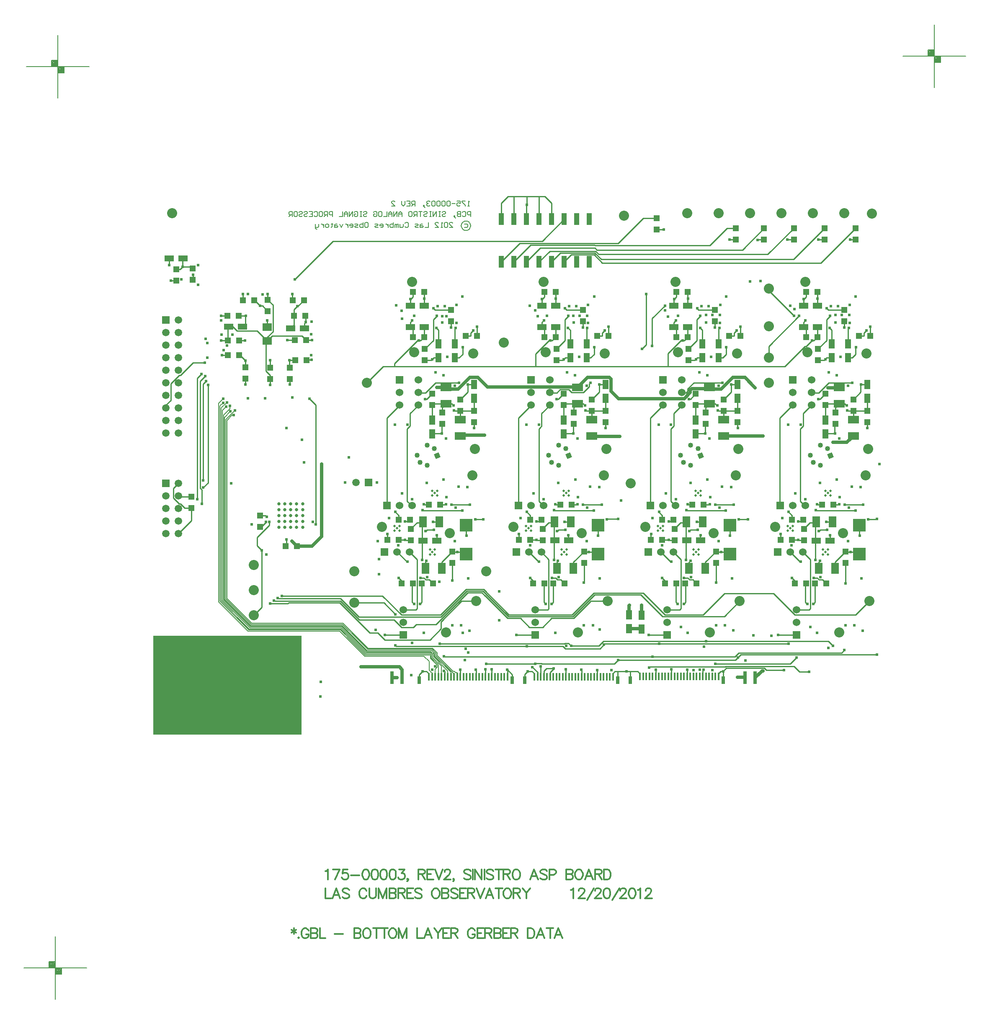
<source format=gbl>
%FSLAX23Y23*%
%MOIN*%
G70*
G01*
G75*
G04 Layer_Physical_Order=8*
G04 Layer_Color=16711680*
%ADD10O,0.012X0.083*%
%ADD11O,0.083X0.012*%
%ADD12O,0.010X0.061*%
%ADD13O,0.061X0.010*%
%ADD14R,0.014X0.049*%
%ADD15R,0.024X0.087*%
%ADD16O,0.028X0.098*%
%ADD17R,0.036X0.028*%
%ADD18R,0.036X0.036*%
%ADD19R,0.050X0.050*%
%ADD20R,0.045X0.017*%
%ADD21R,0.031X0.060*%
%ADD22R,0.014X0.060*%
%ADD23R,0.030X0.100*%
%ADD24R,0.228X0.228*%
%ADD25O,0.008X0.033*%
%ADD26O,0.033X0.008*%
%ADD27O,0.098X0.028*%
%ADD28R,0.074X0.062*%
%ADD29R,0.016X0.061*%
%ADD30R,0.134X0.075*%
%ADD31R,0.048X0.078*%
%ADD32R,0.050X0.050*%
%ADD33R,0.062X0.074*%
%ADD34R,0.061X0.016*%
%ADD35R,0.100X0.100*%
%ADD36C,0.040*%
%ADD37C,0.010*%
%ADD38C,0.005*%
%ADD39C,0.025*%
%ADD40C,0.012*%
%ADD41R,1.181X0.787*%
%ADD42C,0.008*%
%ADD43C,0.012*%
%ADD44C,0.012*%
%ADD45C,0.060*%
%ADD46R,0.060X0.060*%
%ADD47R,0.060X0.060*%
%ADD48P,0.057X4X247.5*%
%ADD49C,0.026*%
%ADD50C,0.080*%
%ADD51C,0.020*%
%ADD52R,0.059X0.059*%
%ADD53C,0.059*%
%ADD54R,0.059X0.059*%
%ADD55C,0.024*%
%ADD56C,0.236*%
%ADD57C,0.050*%
%ADD58C,0.040*%
%ADD59C,0.100*%
%ADD60C,0.045*%
%ADD61C,0.033*%
%ADD62C,0.072*%
%ADD63C,0.030*%
%ADD64C,0.055*%
G04:AMPARAMS|DCode=65|XSize=95.433mil|YSize=95.433mil|CornerRadius=0mil|HoleSize=0mil|Usage=FLASHONLY|Rotation=0.000|XOffset=0mil|YOffset=0mil|HoleType=Round|Shape=Relief|Width=10mil|Gap=10mil|Entries=4|*
%AMTHD65*
7,0,0,0.095,0.075,0.010,45*
%
%ADD65THD65*%
G04:AMPARAMS|DCode=66|XSize=112mil|YSize=112mil|CornerRadius=0mil|HoleSize=0mil|Usage=FLASHONLY|Rotation=0.000|XOffset=0mil|YOffset=0mil|HoleType=Round|Shape=Relief|Width=10mil|Gap=10mil|Entries=4|*
%AMTHD66*
7,0,0,0.112,0.092,0.010,45*
%
%ADD66THD66*%
%ADD67C,0.138*%
G04:AMPARAMS|DCode=68|XSize=70mil|YSize=70mil|CornerRadius=0mil|HoleSize=0mil|Usage=FLASHONLY|Rotation=0.000|XOffset=0mil|YOffset=0mil|HoleType=Round|Shape=Relief|Width=10mil|Gap=10mil|Entries=4|*
%AMTHD68*
7,0,0,0.070,0.050,0.010,45*
%
%ADD68THD68*%
%ADD69C,0.030*%
G04:AMPARAMS|DCode=70|XSize=85mil|YSize=85mil|CornerRadius=0mil|HoleSize=0mil|Usage=FLASHONLY|Rotation=0.000|XOffset=0mil|YOffset=0mil|HoleType=Round|Shape=Relief|Width=10mil|Gap=10mil|Entries=4|*
%AMTHD70*
7,0,0,0.085,0.065,0.010,45*
%
%ADD70THD70*%
%ADD71R,0.044X0.096*%
%ADD72R,0.060X0.086*%
%ADD73R,0.075X0.063*%
%ADD74R,0.078X0.048*%
%ADD75R,0.086X0.060*%
%ADD76C,0.007*%
%ADD77R,1.181X0.787*%
D19*
X15457Y14338D02*
D03*
Y14248D02*
D03*
X10954Y13227D02*
D03*
Y13137D02*
D03*
X10600Y13229D02*
D03*
Y13139D02*
D03*
X10797Y13228D02*
D03*
Y13138D02*
D03*
X10777Y13678D02*
D03*
Y13768D02*
D03*
X10171Y12109D02*
D03*
Y12199D02*
D03*
X10049Y14011D02*
D03*
Y13921D02*
D03*
X15439Y12884D02*
D03*
Y12974D02*
D03*
X12310Y12884D02*
D03*
Y12974D02*
D03*
X15549Y12884D02*
D03*
Y12794D02*
D03*
X12420Y12884D02*
D03*
Y12794D02*
D03*
X15367Y13687D02*
D03*
Y13597D02*
D03*
X12238Y13687D02*
D03*
Y13597D02*
D03*
X15157Y13287D02*
D03*
Y13377D02*
D03*
X12028Y13287D02*
D03*
Y13377D02*
D03*
X15215Y12929D02*
D03*
Y13019D02*
D03*
X12086Y12929D02*
D03*
Y13019D02*
D03*
X15295Y12869D02*
D03*
Y12779D02*
D03*
X12166Y12869D02*
D03*
Y12779D02*
D03*
X15047Y11855D02*
D03*
Y11945D02*
D03*
X15377Y11765D02*
D03*
Y11675D02*
D03*
X11918Y11855D02*
D03*
Y11945D02*
D03*
X12248Y11765D02*
D03*
Y11675D02*
D03*
X14408Y12974D02*
D03*
Y12884D02*
D03*
X13357Y12974D02*
D03*
Y12884D02*
D03*
X14518Y12794D02*
D03*
Y12884D02*
D03*
X13467Y12794D02*
D03*
Y12884D02*
D03*
X14336Y13597D02*
D03*
Y13687D02*
D03*
X13285Y13597D02*
D03*
Y13687D02*
D03*
X14126Y13377D02*
D03*
Y13287D02*
D03*
X13075Y13377D02*
D03*
Y13287D02*
D03*
X14184Y13019D02*
D03*
Y12929D02*
D03*
X13133Y13019D02*
D03*
Y12929D02*
D03*
X14264Y12779D02*
D03*
Y12869D02*
D03*
X13213Y12779D02*
D03*
Y12869D02*
D03*
X14016Y11945D02*
D03*
Y11855D02*
D03*
X12965Y11945D02*
D03*
Y11855D02*
D03*
X14346Y11675D02*
D03*
Y11765D02*
D03*
X13295Y11675D02*
D03*
Y11765D02*
D03*
X10716Y11961D02*
D03*
Y12051D02*
D03*
X10179Y13926D02*
D03*
Y14016D02*
D03*
X13872Y14416D02*
D03*
Y14326D02*
D03*
X14502Y14338D02*
D03*
Y14248D02*
D03*
X14965Y14338D02*
D03*
Y14248D02*
D03*
X14728Y14338D02*
D03*
Y14248D02*
D03*
X15211Y14338D02*
D03*
Y14248D02*
D03*
D21*
X13662Y10741D02*
D03*
X14402D02*
D03*
X13562D02*
D03*
X12822D02*
D03*
X12722D02*
D03*
X11982D02*
D03*
D22*
X12085Y10768D02*
D03*
X12110D02*
D03*
X12135D02*
D03*
X12160D02*
D03*
X12185D02*
D03*
X12210D02*
D03*
X12235D02*
D03*
X12260D02*
D03*
X12285D02*
D03*
X12310D02*
D03*
X12335D02*
D03*
X12360D02*
D03*
X12385D02*
D03*
X12410D02*
D03*
X12435D02*
D03*
X12460D02*
D03*
X12485D02*
D03*
X12510D02*
D03*
X12535D02*
D03*
X12560D02*
D03*
X12585D02*
D03*
X12610D02*
D03*
X12635D02*
D03*
X12660D02*
D03*
X12900D02*
D03*
X12925D02*
D03*
X12950D02*
D03*
X12975D02*
D03*
X13000D02*
D03*
X13025D02*
D03*
X13050D02*
D03*
X13075D02*
D03*
X13100D02*
D03*
X13125D02*
D03*
X13150D02*
D03*
X13175D02*
D03*
X13200D02*
D03*
X13225D02*
D03*
X13250D02*
D03*
X13275D02*
D03*
X13300D02*
D03*
X13325D02*
D03*
X13350D02*
D03*
X13375D02*
D03*
X13400D02*
D03*
X13425D02*
D03*
X13450D02*
D03*
X13475D02*
D03*
X13500D02*
D03*
X13525D02*
D03*
X13740Y10769D02*
D03*
X13765D02*
D03*
X13790D02*
D03*
X13815D02*
D03*
X13840D02*
D03*
X13865D02*
D03*
X13890D02*
D03*
X13915D02*
D03*
X13940D02*
D03*
X13965D02*
D03*
X13990D02*
D03*
X14015D02*
D03*
X14040D02*
D03*
X14065D02*
D03*
X14090D02*
D03*
X14115D02*
D03*
X14140D02*
D03*
X14165D02*
D03*
X14190D02*
D03*
X14215D02*
D03*
X14240D02*
D03*
X14265D02*
D03*
X14290D02*
D03*
X14315D02*
D03*
X14340D02*
D03*
X14365D02*
D03*
X12060Y10768D02*
D03*
X12685D02*
D03*
D23*
X11768Y10759D02*
D03*
X11847D02*
D03*
X14578Y10760D02*
D03*
X14657D02*
D03*
D31*
X13654Y11259D02*
D03*
Y11149D02*
D03*
X13752Y11148D02*
D03*
Y11258D02*
D03*
X15267Y13307D02*
D03*
Y13417D02*
D03*
X12138Y13307D02*
D03*
Y13417D02*
D03*
X15549Y12984D02*
D03*
Y13094D02*
D03*
X12420Y12984D02*
D03*
Y13094D02*
D03*
X15397Y13307D02*
D03*
Y13417D02*
D03*
X12268Y13307D02*
D03*
Y13417D02*
D03*
X15215Y12699D02*
D03*
Y12809D02*
D03*
X12086Y12699D02*
D03*
Y12809D02*
D03*
X14236Y13417D02*
D03*
Y13307D02*
D03*
X13185Y13417D02*
D03*
Y13307D02*
D03*
X14518Y13094D02*
D03*
Y12984D02*
D03*
X13467Y13094D02*
D03*
Y12984D02*
D03*
X14366Y13417D02*
D03*
Y13307D02*
D03*
X13315Y13417D02*
D03*
Y13307D02*
D03*
X14184Y12809D02*
D03*
Y12699D02*
D03*
X13133Y12809D02*
D03*
Y12699D02*
D03*
D32*
X11065Y13764D02*
D03*
X10975D02*
D03*
X10995Y13288D02*
D03*
X11085D02*
D03*
X10993Y13446D02*
D03*
X11083D02*
D03*
X10549Y13445D02*
D03*
X10459D02*
D03*
X10671Y13765D02*
D03*
X10581D02*
D03*
X10549Y13328D02*
D03*
X10459D02*
D03*
X10548Y13641D02*
D03*
X10458D02*
D03*
X10987Y13642D02*
D03*
X11077D02*
D03*
X15062Y13832D02*
D03*
X15152D02*
D03*
X11933D02*
D03*
X12023D02*
D03*
X15062Y13472D02*
D03*
X15152D02*
D03*
X11933D02*
D03*
X12023D02*
D03*
X15572Y13482D02*
D03*
X15482D02*
D03*
X12443D02*
D03*
X12353D02*
D03*
X14949Y11858D02*
D03*
X14859D02*
D03*
X14949Y12018D02*
D03*
X15039D02*
D03*
X14972Y11510D02*
D03*
X15062D02*
D03*
X15222D02*
D03*
X15132D02*
D03*
X15189Y12138D02*
D03*
X15279D02*
D03*
X12060D02*
D03*
X12150D02*
D03*
X11843Y11510D02*
D03*
X11933D02*
D03*
X12093D02*
D03*
X12003D02*
D03*
X11820Y11858D02*
D03*
X11730D02*
D03*
X11820Y12018D02*
D03*
X11910D02*
D03*
X14121Y13832D02*
D03*
X14031D02*
D03*
X13070D02*
D03*
X12980D02*
D03*
X14121Y13472D02*
D03*
X14031D02*
D03*
X13070D02*
D03*
X12980D02*
D03*
X14451Y13482D02*
D03*
X14541D02*
D03*
X13400D02*
D03*
X13490D02*
D03*
X13828Y11858D02*
D03*
X13918D02*
D03*
X12777D02*
D03*
X12867D02*
D03*
X14008Y12018D02*
D03*
X13918D02*
D03*
X12957D02*
D03*
X12867D02*
D03*
X14031Y11510D02*
D03*
X13941D02*
D03*
X12980D02*
D03*
X12890D02*
D03*
X14101D02*
D03*
X14191D02*
D03*
X13050D02*
D03*
X13140D02*
D03*
X14248Y12138D02*
D03*
X14158D02*
D03*
X13197D02*
D03*
X13107D02*
D03*
X11011Y11806D02*
D03*
X10921D02*
D03*
D35*
X13405Y11975D02*
D03*
Y11745D02*
D03*
X15487D02*
D03*
Y11975D02*
D03*
X12358Y11745D02*
D03*
Y11975D02*
D03*
X14456D02*
D03*
Y11745D02*
D03*
D36*
X12103Y12585D02*
D03*
X12045Y12609D02*
D03*
X11965Y12529D02*
D03*
X11989Y12473D02*
D03*
X12045Y12450D02*
D03*
X15175D02*
D03*
X15119Y12473D02*
D03*
X15095Y12529D02*
D03*
X15175Y12609D02*
D03*
X15233Y12585D02*
D03*
X14202D02*
D03*
X14144Y12609D02*
D03*
X14063Y12529D02*
D03*
X14088Y12473D02*
D03*
X14144Y12450D02*
D03*
X13092D02*
D03*
X13036Y12473D02*
D03*
X13012Y12529D02*
D03*
X13092Y12609D02*
D03*
X13150Y12585D02*
D03*
D37*
X12937Y14589D02*
X12937Y14590D01*
X12984D01*
X12839D02*
X12937D01*
X12937Y14409D02*
Y14589D01*
X12839Y14523D02*
Y14590D01*
X12689D02*
X12839D01*
X12837Y14521D02*
X12839Y14523D01*
X12837Y14409D02*
Y14521D01*
X12737Y14409D02*
Y14589D01*
X12637Y14409D02*
Y14537D01*
X12689Y14590D01*
X12984D02*
X13037Y14537D01*
Y14409D02*
Y14537D01*
X10992Y13932D02*
X11295Y14235D01*
X12963D01*
X13137Y14409D01*
X13929Y14326D02*
X13929Y14326D01*
X13872Y14326D02*
X13929D01*
X14555Y14165D02*
X14728Y14338D01*
X13398Y14165D02*
X14555D01*
X13382Y14180D02*
X13398Y14165D01*
X12947Y14180D02*
X13382D01*
X12837Y14070D02*
X12947Y14180D01*
X13387Y14155D02*
X13413Y14129D01*
X13022Y14155D02*
X13387D01*
X12937Y14070D02*
X13022Y14155D01*
X13381Y14141D02*
X13433Y14090D01*
X13108Y14141D02*
X13381D01*
X13037Y14070D02*
X13108Y14141D01*
X13376Y14127D02*
X13441Y14062D01*
X13194Y14127D02*
X13376D01*
X13137Y14070D02*
X13194Y14127D01*
X13441Y14062D02*
X15181D01*
X13433Y14090D02*
X14963D01*
X13413Y14129D02*
X14756D01*
X12869Y14203D02*
X13379D01*
X12783Y14217D02*
X13385D01*
X13379Y14203D02*
X13380Y14202D01*
X13385Y14217D02*
X13386Y14216D01*
X14756Y14129D02*
X14965Y14338D01*
X14963Y14090D02*
X15211Y14338D01*
X12637Y14070D02*
X12783Y14217D01*
X12737Y14070D02*
X12869Y14203D01*
X13386Y14216D02*
X13567D01*
X13380Y14202D02*
X14297D01*
X15181Y14062D02*
X15457Y14338D01*
X14433D02*
X14502D01*
X14297Y14202D02*
X14433Y14338D01*
X13767Y14416D02*
X13872D01*
X13567Y14216D02*
X13767Y14416D01*
X14677Y14243D02*
X14681Y14248D01*
X14728D01*
X14913Y14247D02*
X14914Y14248D01*
X14965D01*
X15161Y14247D02*
X15162Y14248D01*
X15211D01*
X15456Y14247D02*
X15457Y14248D01*
X15413Y14247D02*
X15456D01*
X14453D02*
X14453Y14248D01*
X14502D01*
X13757Y13377D02*
X13791Y13412D01*
Y13814D01*
X10730Y11320D02*
Y11774D01*
X10666Y11256D02*
X10730Y11320D01*
X10693Y11811D02*
Y11876D01*
Y11811D02*
X10730Y11774D01*
X12345Y11010D02*
X12840D01*
X12841Y11009D01*
X12344D02*
X12345Y11010D01*
X12156Y11009D02*
X12344D01*
X10693Y11876D02*
X10694D01*
X10790Y11973D01*
Y12000D01*
X10762Y12002D02*
X10766D01*
X10183Y13268D02*
X10276D01*
X10275Y13267D02*
X10276Y13268D01*
X10082Y13168D02*
X10183Y13268D01*
X10073Y13168D02*
X10082D01*
X10005Y13099D02*
X10073Y13168D01*
X10005Y12968D02*
Y13099D01*
X9966Y12929D02*
X10005Y12968D01*
X9966Y12906D02*
Y12929D01*
X10921Y11806D02*
X10925Y11810D01*
Y11859D01*
X13137Y12703D02*
X13208D01*
X13133Y12699D02*
X13137Y12703D01*
X12935Y12165D02*
Y12742D01*
Y12165D02*
X12972Y12128D01*
X12935Y12742D02*
X12945Y12752D01*
X12945D01*
X12957Y12764D01*
X14188Y12703D02*
X14259D01*
X14184Y12699D02*
X14188Y12703D01*
X15162Y13028D02*
X15242Y13108D01*
X15426D01*
X12044Y12977D02*
X12086Y13019D01*
X12031Y12977D02*
X12044D01*
X12032Y13028D02*
X12112Y13108D01*
X11975Y13028D02*
X12032D01*
X12112Y13108D02*
X12297D01*
X12299Y13106D01*
X11910Y12864D02*
X11975Y12928D01*
X13173Y13053D02*
X13196Y13030D01*
X13104Y13053D02*
X13173D01*
X13079Y13028D02*
X13104Y13053D01*
X13022Y13028D02*
X13079D01*
X13291Y13030D02*
X13336Y13076D01*
X13196Y13030D02*
X13291D01*
X13336Y13101D02*
X13344Y13108D01*
X13336Y13076D02*
Y13101D01*
X13344Y13108D02*
X13346Y13106D01*
X14107Y13028D02*
X14119Y13041D01*
X14073Y13028D02*
X14107D01*
X14119Y13059D02*
X14169Y13108D01*
X14119Y13041D02*
Y13059D01*
X14142Y12977D02*
X14184Y13019D01*
X14129Y12977D02*
X14142D01*
X14169Y13108D02*
X14395D01*
X10716Y11961D02*
X10725D01*
X10766Y12002D01*
X11161Y11982D02*
Y12931D01*
X10933Y13446D02*
X10933Y13446D01*
X10993D01*
X10987Y13568D02*
Y13642D01*
X10959Y13540D02*
X10987Y13568D01*
Y13642D02*
Y13689D01*
X11014Y13716D01*
X11017D01*
X11065Y13764D01*
X10671Y13765D02*
X10673D01*
X10718Y13720D01*
X10735D01*
X10777Y13678D01*
X10601Y13578D02*
Y13641D01*
X10576Y13553D02*
X10601Y13578D01*
X10549Y13445D02*
X10598D01*
X10549Y13328D02*
X10556D01*
X10601Y13283D01*
X10600Y13282D02*
X10601Y13283D01*
X10600Y13229D02*
Y13282D01*
X10797Y13285D02*
X10798Y13286D01*
X10797Y13228D02*
Y13285D01*
X10950Y13231D02*
X10954Y13227D01*
X10950Y13231D02*
Y13288D01*
X10995D01*
X15376Y11512D02*
X15377Y11514D01*
Y11675D01*
X14346Y11519D02*
X14347Y11517D01*
X14346Y11519D02*
Y11675D01*
X13294Y11518D02*
X13295Y11519D01*
Y11675D01*
X12246Y11534D02*
X12248Y11536D01*
Y11675D01*
X10580Y13813D02*
X10581Y13812D01*
Y13765D02*
Y13812D01*
X10974Y13765D02*
X10975Y13764D01*
X10974Y13765D02*
Y13813D01*
X10772Y13550D02*
Y13605D01*
X11077Y13642D02*
X11079Y13640D01*
Y13591D02*
Y13640D01*
X11069Y13540D02*
Y13581D01*
X11079Y13591D01*
X11085Y13288D02*
X11086Y13289D01*
X11127D01*
X10600Y13095D02*
Y13139D01*
X10954Y13095D02*
Y13137D01*
X10759Y12051D02*
X10770Y12040D01*
X10716Y12051D02*
X10759D01*
X14382Y10811D02*
X14402D01*
X14365Y10794D02*
X14382Y10811D01*
X14365Y10769D02*
Y10794D01*
X14402Y10811D02*
X14402Y10811D01*
X14402Y10741D02*
Y10811D01*
X14240Y10816D02*
X14248Y10824D01*
X14240Y10769D02*
Y10816D01*
X14115Y10825D02*
X14115Y10825D01*
X14115Y10769D02*
Y10825D01*
X13990Y10769D02*
Y10826D01*
X13989Y10827D02*
X13990Y10826D01*
X13865Y10824D02*
X13865Y10824D01*
X13865Y10769D02*
Y10824D01*
X13562Y10809D02*
X13562Y10809D01*
X13632D01*
X13541D02*
X13562D01*
X13562Y10741D02*
Y10809D01*
X13632Y10809D02*
X13723D01*
X13662Y10741D02*
Y10808D01*
X13740Y10769D02*
Y10792D01*
X13723Y10809D02*
X13740Y10792D01*
X13525Y10793D02*
X13541Y10809D01*
X13525Y10768D02*
Y10793D01*
X13399Y10769D02*
X13400Y10768D01*
X13399Y10769D02*
Y10820D01*
X13274Y10823D02*
X13275Y10823D01*
Y10768D02*
Y10823D01*
X13150Y10768D02*
Y10826D01*
X13025Y10805D02*
X13055Y10835D01*
X13054D02*
X13055D01*
X12996D02*
X13054D01*
X13025Y10768D02*
Y10805D01*
X12975Y10814D02*
X12996Y10835D01*
X12975Y10768D02*
Y10814D01*
X12846Y10812D02*
X12881D01*
X12900Y10794D01*
Y10768D02*
Y10794D01*
X12822Y10741D02*
Y10788D01*
X12846Y10812D01*
X12685Y10823D02*
X12722Y10785D01*
X12685Y10768D02*
Y10823D01*
X12722Y10741D02*
Y10785D01*
X12684Y10823D02*
X12685Y10823D01*
X12560Y10768D02*
Y10828D01*
X12509Y10826D02*
X12510Y10826D01*
Y10768D02*
Y10826D01*
X12435Y10768D02*
Y10824D01*
X12434Y10824D02*
X12435Y10824D01*
X12180Y10814D02*
X12185Y10810D01*
Y10768D02*
Y10810D01*
X12010Y10812D02*
X12041D01*
X12060Y10794D01*
Y10768D02*
Y10794D01*
X11982Y10741D02*
Y10784D01*
X12010Y10812D01*
X12309Y10824D02*
X12310Y10824D01*
Y10768D02*
Y10824D01*
X11801Y11009D02*
X12154D01*
X11793Y11017D02*
X11801Y11009D01*
X12155Y11010D02*
X12156Y11009D01*
X12154D02*
X12155Y11010D01*
X11709Y11062D02*
X12070D01*
X11652Y11118D02*
X11709Y11062D01*
X11590Y11118D02*
X11652D01*
X11350Y11358D02*
X11590Y11118D01*
X10797Y13138D02*
X10797Y13138D01*
X10797Y13092D02*
Y13138D01*
X10406Y13445D02*
X10459D01*
X10777Y13768D02*
Y13814D01*
X10778Y13815D01*
X11083Y13446D02*
X11129D01*
X10797Y13138D02*
Y13166D01*
X10763Y13200D02*
X10797Y13166D01*
X10763Y13200D02*
Y13431D01*
X10772Y13440D01*
X10459Y13445D02*
Y13546D01*
X10466Y13553D01*
X10500D01*
X10533Y13520D02*
X10692D01*
X10772Y13440D01*
X10500Y13553D02*
X10533Y13520D01*
X10777Y13768D02*
X10819Y13727D01*
X10772Y13469D02*
X10819Y13515D01*
Y13727D01*
X10772Y13440D02*
Y13469D01*
X11049Y13480D02*
X11083Y13446D01*
X10812Y13480D02*
X11049D01*
X10772Y13440D02*
X10812Y13480D01*
X11111Y12981D02*
X11161Y12931D01*
X12179Y10929D02*
X12180Y10928D01*
X13840D01*
X10796Y11350D02*
X10937D01*
X10945Y11358D01*
X11350D01*
X12070Y11062D02*
X12157Y11149D01*
Y11205D01*
X12321Y11369D01*
X12435D01*
X11345Y11372D02*
X11355D01*
X11506Y11222D01*
X12117Y11185D02*
X12369Y11436D01*
X10827Y11373D02*
X10828Y11372D01*
X11345D01*
X11506Y11222D02*
X11782D01*
X11937Y11162D02*
X11960Y11185D01*
X11782Y11222D02*
X11842Y11162D01*
X11937D01*
X11960Y11185D02*
X12117D01*
X12369Y11436D02*
X12483D01*
X12504Y11415D01*
X12692Y11247D02*
X13207D01*
X12489Y11450D02*
X12692Y11247D01*
X12363Y11450D02*
X12489D01*
X12157Y11244D02*
X12363Y11450D01*
X11503Y11244D02*
X12157D01*
X11356Y11391D02*
X11503Y11244D01*
X10859Y11391D02*
X11356D01*
X10857Y11393D02*
X10859Y11391D01*
X15458Y11262D02*
X15565Y11369D01*
X14972Y11262D02*
X15458D01*
X14803Y11430D02*
X14972Y11262D01*
X14413Y11430D02*
X14803D01*
X14244Y11262D02*
X14413Y11430D01*
X13941Y11262D02*
X14244D01*
X13767Y11435D02*
X13941Y11262D01*
X13374Y11435D02*
X13767D01*
X13200Y11262D02*
X13374Y11435D01*
X12698Y11262D02*
X13200D01*
X12495Y11464D02*
X12698Y11262D01*
X12357Y11464D02*
X12495D01*
X12154Y11262D02*
X12357Y11464D01*
X11842Y11262D02*
X12154D01*
X11691Y11412D02*
X11842Y11262D01*
X10890Y11412D02*
X11691D01*
X12861Y11162D02*
X12965D01*
X12504Y11415D02*
X12505D01*
X12687Y11233D01*
X12789D01*
X12861Y11162D01*
X12965D02*
X13036Y11233D01*
X13213D01*
X13346Y11367D01*
Y11369D01*
X13482D01*
X14413Y11248D02*
X14534Y11369D01*
X13919Y11248D02*
X14413D01*
X13745Y11421D02*
X13919Y11248D01*
X13379Y11421D02*
X13745D01*
X13206Y11248D02*
X13379Y11421D01*
X11466Y11356D02*
X11702D01*
X11793Y11265D01*
X12883Y10843D02*
X12884D01*
X12925Y10803D01*
Y10768D02*
Y10803D01*
X13893Y11029D02*
X14923D01*
Y11030D01*
X13145Y10992D02*
X13422D01*
X13459Y11029D02*
X13893D01*
X13454Y11024D02*
X13459Y11029D01*
X13422Y10992D02*
X13454Y11024D01*
X13128Y11009D02*
X13145Y10992D01*
X12841Y11009D02*
X13128D01*
X10548Y13641D02*
X10601D01*
X10408Y13642D02*
X10457D01*
X10458Y13641D01*
X10458Y13327D02*
X10459Y13328D01*
X10413Y13327D02*
X10458D01*
X10412Y13328D02*
X10413Y13327D01*
X12011Y12092D02*
X12324D01*
X13058D02*
X13371D01*
X14109D02*
X14422D01*
X15140D02*
X15453D01*
X11991Y11347D02*
X12004Y11360D01*
X13038Y11347D02*
X13051Y11360D01*
X12001Y11510D02*
X12003Y11508D01*
X12001Y11510D02*
X12004Y11507D01*
X13048Y11510D02*
X13050Y11508D01*
X13048Y11510D02*
X13051Y11507D01*
X14089Y11347D02*
X14102Y11360D01*
X15120Y11347D02*
X15133Y11360D01*
X14099Y11510D02*
X14101Y11508D01*
X14099Y11510D02*
X14102Y11507D01*
X15130Y11510D02*
X15133Y11507D01*
X15130Y11510D02*
X15132Y11508D01*
X12093Y12001D02*
X12094Y12000D01*
X13140Y12001D02*
X13141Y12000D01*
X14191Y12001D02*
X14192Y12000D01*
X15222Y12001D02*
X15223Y12000D01*
X11871Y11855D02*
X11918D01*
X11793Y12079D02*
X11820Y12052D01*
X12020Y12138D02*
X12060D01*
X12162Y12704D02*
Y12775D01*
X12420Y12745D02*
Y12794D01*
X12918Y11855D02*
X12965D01*
X13170Y11850D02*
Y11893D01*
X12840Y12079D02*
X12867Y12052D01*
X13067Y12138D02*
X13107D01*
X13078Y12977D02*
X13091D01*
X13891Y12079D02*
X13918Y12052D01*
X13209Y12704D02*
Y12775D01*
X13467Y12745D02*
Y12794D01*
X12079Y13287D02*
X12099Y13307D01*
X11913Y13772D02*
X11933Y13792D01*
X12096Y13701D02*
X12110Y13687D01*
X13126Y13287D02*
X13146Y13307D01*
X12960Y13772D02*
X12980Y13792D01*
X13143Y13701D02*
X13157Y13687D01*
X13969Y11855D02*
X14016D01*
X14221Y11850D02*
Y11893D01*
X14118Y12138D02*
X14158D01*
X14922Y12079D02*
X14949Y12052D01*
X14260Y12704D02*
Y12775D01*
X14518Y12745D02*
Y12794D01*
X15000Y11855D02*
X15047D01*
X15149Y12138D02*
X15189D01*
X15160Y12977D02*
X15173D01*
X15291Y12704D02*
Y12775D01*
X15549Y12745D02*
Y12794D01*
X14177Y13287D02*
X14197Y13307D01*
X14011Y13772D02*
X14031Y13792D01*
X14194Y13701D02*
X14208Y13687D01*
X15208Y13287D02*
X15228Y13307D01*
X15042Y13772D02*
X15062Y13792D01*
X15225Y13701D02*
X15239Y13687D01*
X12121Y13543D02*
X12138Y13526D01*
X13168Y13543D02*
X13185Y13526D01*
X14219Y13543D02*
X14236Y13526D01*
X15250Y13543D02*
X15267Y13526D01*
X11710Y11100D02*
X11858D01*
X12757D02*
X12905D01*
X13808D02*
X13956D01*
X14839D02*
X14987D01*
X12252Y11761D02*
X12287D01*
X12288D02*
X12342D01*
X12287D02*
X12288D01*
X13334D02*
X13335D01*
X13299D02*
X13334D01*
X14385D02*
X14386D01*
X14350D02*
X14385D01*
X15416D02*
X15417D01*
X15381D02*
X15416D01*
X12008Y11697D02*
Y11995D01*
X13055Y11697D02*
Y11995D01*
X14106Y11697D02*
Y11995D01*
X15137Y11697D02*
Y11995D01*
X12237Y13546D02*
X12238Y13546D01*
X13284Y13546D02*
X13285Y13546D01*
X14335Y13546D02*
X14336Y13546D01*
X15367Y13546D02*
X15367Y13546D01*
X12260Y12885D02*
X12261Y12884D01*
X13307Y12885D02*
X13308Y12884D01*
X14358Y12885D02*
X14359Y12884D01*
X15389Y12885D02*
X15390Y12884D01*
X11808Y11760D02*
X11885Y11683D01*
X11858Y11300D02*
X11958D01*
X11908Y11760D02*
X11967Y11701D01*
X12855Y11760D02*
X12932Y11683D01*
X12905Y11300D02*
X13005D01*
X12955Y11760D02*
X13014Y11701D01*
X13906Y11760D02*
X13983Y11683D01*
X13956Y11300D02*
X14056D01*
X14006Y11760D02*
X14065Y11701D01*
X14937Y11760D02*
X15014Y11683D01*
X14987Y11300D02*
X15087D01*
X15037Y11760D02*
X15096Y11701D01*
X11725Y12128D02*
Y12828D01*
X12034Y11925D02*
X12046Y11937D01*
X12772Y12128D02*
Y12828D01*
X13081Y11925D02*
X13093Y11937D01*
X13823Y12128D02*
Y12828D01*
X14132Y11925D02*
X14144Y11937D01*
X14854Y12128D02*
Y12828D01*
X15163Y11925D02*
X15175Y11937D01*
X12240Y12136D02*
X12241Y12137D01*
X13287Y12136D02*
X13288Y12137D01*
X14338Y12136D02*
X14339Y12137D01*
X15369Y12136D02*
X15370Y12137D01*
X15104Y13028D02*
X15162D01*
X12023Y13722D02*
Y13832D01*
X13070Y13722D02*
Y13832D01*
X14121Y13722D02*
Y13832D01*
X15152Y13722D02*
Y13832D01*
X12429Y12022D02*
X12493D01*
X11910Y12764D02*
Y12864D01*
X11888Y12742D02*
X11897Y12752D01*
X11898D01*
X11910Y12764D01*
X11888Y12165D02*
X11925Y12128D01*
X11888Y12165D02*
Y12742D01*
X12393Y13505D02*
X12412Y13524D01*
X12393Y13482D02*
Y13505D01*
X12353Y13482D02*
X12393D01*
X12028Y13287D02*
X12079D01*
X12099Y13307D02*
X12138D01*
X12329Y13335D02*
Y13391D01*
X12301Y13307D02*
X12329Y13335D01*
X12268Y13307D02*
X12301D01*
X11933Y13792D02*
Y13832D01*
X11913Y13722D02*
Y13772D01*
X12110Y13687D02*
X12238D01*
X11933Y13472D02*
Y13532D01*
X11913Y13552D02*
X11933Y13532D01*
X11913Y13552D02*
Y13588D01*
X11927Y13603D01*
X12028Y13377D02*
X12096Y13445D01*
X12023Y13472D02*
Y13552D01*
X12268Y13539D02*
X12273Y13544D01*
X12268Y13417D02*
Y13539D01*
X12238Y13546D02*
Y13597D01*
X12353Y13482D02*
X12372D01*
X12138Y13417D02*
Y13526D01*
X12046Y11937D02*
X12101D01*
X11725Y12828D02*
X11825Y12928D01*
X12369Y13033D02*
Y13092D01*
X12373Y13094D02*
X12420D01*
X12371Y13092D02*
X12373Y13094D01*
X12310Y12974D02*
X12369Y13033D01*
X12162Y12775D02*
X12166Y12779D01*
X12090Y12703D02*
X12161D01*
X12086Y12699D02*
X12090Y12703D01*
X12166Y12869D02*
Y12909D01*
X12196Y12939D01*
X12261Y12884D02*
X12310D01*
Y12814D02*
Y12884D01*
X12420D01*
Y12984D01*
X12196Y12939D02*
X12242D01*
X12096D02*
X12196D01*
X12242D02*
X12256Y12925D01*
X12086Y12929D02*
X12096Y12939D01*
X12086Y12809D02*
Y12929D01*
X12163Y11630D02*
Y11680D01*
X12248Y11765D01*
X12241Y12137D02*
X12388D01*
X12150Y12138D02*
X12197D01*
X12324Y12092D02*
X12325Y12091D01*
X11958Y11300D02*
X11967Y11309D01*
X12358Y11890D02*
X12359Y11889D01*
X12358Y11890D02*
Y11975D01*
X12342Y11761D02*
X12358Y11745D01*
X12248Y11765D02*
X12252Y11761D01*
X11967Y11309D02*
Y11701D01*
X11885Y11683D02*
X11891D01*
X12094Y12000D02*
X12143D01*
X12123Y11850D02*
Y11893D01*
X11918Y11945D02*
Y11948D01*
X11965Y11995D01*
X12008D01*
X12004Y11360D02*
Y11507D01*
X11928D02*
X11931Y11510D01*
X11928Y11360D02*
Y11507D01*
Y11360D02*
X11942Y11346D01*
X11991Y11500D02*
X12001Y11510D01*
X11730Y11858D02*
Y11902D01*
X11820Y11858D02*
X11868D01*
X11871Y11855D01*
X11820Y12018D02*
Y12052D01*
X12443Y13482D02*
Y13553D01*
Y13554D01*
X11994Y13444D02*
X12023Y13472D01*
X11980Y13444D02*
X11994D01*
X11819Y11554D02*
X11843Y11531D01*
Y11510D02*
Y11531D01*
X12064Y11539D02*
X12093Y11510D01*
X12037Y11539D02*
X12064D01*
X12021Y11554D02*
X12037Y11539D01*
X11992Y11554D02*
X12021D01*
X11870Y12003D02*
X11894D01*
X11910Y12018D01*
X12096Y13445D02*
Y13610D01*
X12122Y13637D01*
Y13641D01*
X15194Y11539D02*
X15222Y11510D01*
X15120Y11500D02*
X15130Y11510D01*
X14949Y11554D02*
X14972Y11531D01*
Y11510D02*
Y11531D01*
X15057Y11507D02*
X15060Y11510D01*
X15377Y11765D02*
X15381Y11761D01*
X15471D02*
X15487Y11745D01*
Y11890D02*
Y11975D01*
Y11890D02*
X15488Y11889D01*
X15024Y12003D02*
X15039Y12018D01*
X15000Y12003D02*
X15024D01*
X15047Y11945D02*
Y11948D01*
X14949Y11858D02*
X14997D01*
X15000Y11855D01*
X14859Y11858D02*
Y11902D01*
X15252Y11850D02*
Y11893D01*
X15215Y12699D02*
X15219Y12703D01*
X15291Y12775D02*
X15295Y12779D01*
X15219Y12703D02*
X15290D01*
X15215Y12809D02*
Y12929D01*
X15225Y12939D01*
X15173Y12977D02*
X15215Y13019D01*
X15397Y13539D02*
X15402Y13544D01*
X15397Y13417D02*
Y13539D01*
X15482Y13482D02*
X15501D01*
X15042Y13552D02*
X15062Y13532D01*
Y13472D02*
Y13532D01*
X15152Y13472D02*
Y13552D01*
X15124Y13444D02*
X15152Y13472D01*
X15110Y13444D02*
X15124D01*
X15439Y12884D02*
X15549D01*
X15062Y13792D02*
Y13832D01*
X15042Y13722D02*
Y13772D01*
X15549Y12884D02*
Y12984D01*
X15502Y13094D02*
X15549D01*
X15500Y13092D02*
X15502Y13094D01*
X15498Y13033D02*
Y13092D01*
X15439Y12974D02*
X15498Y13033D01*
X15228Y13307D02*
X15267D01*
X15157Y13287D02*
X15208D01*
X15292Y11680D02*
X15377Y11765D01*
X15292Y11630D02*
Y11680D01*
X15223Y12000D02*
X15272D01*
X15094Y11995D02*
X15137D01*
X15047Y11948D02*
X15094Y11995D01*
X15325Y12939D02*
X15371D01*
X15295Y12909D02*
X15325Y12939D01*
X15295Y12869D02*
Y12909D01*
X15225Y12939D02*
X15325D01*
X15439Y12814D02*
Y12884D01*
X15096Y11309D02*
Y11701D01*
X15087Y11300D02*
X15096Y11309D01*
X15040Y12864D02*
X15104Y12928D01*
X15040Y12764D02*
Y12864D01*
X15028Y12752D02*
X15040Y12764D01*
X15017Y12165D02*
X15054Y12128D01*
X15027Y12752D02*
X15028D01*
X15017Y12742D02*
X15027Y12752D01*
X15017Y12165D02*
Y12742D01*
X14854Y12828D02*
X14954Y12928D01*
X15175Y11937D02*
X15230D01*
X15279Y12138D02*
X15326D01*
X15558Y12022D02*
X15625D01*
X15453Y12092D02*
X15454Y12091D01*
X15370Y12137D02*
X15517D01*
X15057Y11360D02*
X15071Y11346D01*
X15057Y11360D02*
Y11507D01*
X15133Y11360D02*
Y11507D01*
X15014Y11683D02*
X15020D01*
X15151Y11554D02*
X15167Y11539D01*
X15194D01*
X15122Y11554D02*
X15151D01*
X14949Y12018D02*
Y12052D01*
X15417Y11761D02*
X15471D01*
X15042Y13588D02*
X15057Y13603D01*
X15042Y13552D02*
Y13588D01*
X15239Y13687D02*
X15367D01*
X15572Y13553D02*
Y13554D01*
Y13482D02*
Y13553D01*
X15522Y13505D02*
X15542Y13524D01*
X15522Y13482D02*
Y13505D01*
X15482Y13482D02*
X15522D01*
X15458Y13335D02*
Y13391D01*
X15397Y13307D02*
X15430D01*
X15458Y13335D01*
X15367Y13546D02*
Y13597D01*
X15252Y13637D02*
Y13641D01*
X15225Y13610D02*
X15252Y13637D01*
X15225Y13445D02*
Y13610D01*
X15157Y13377D02*
X15225Y13445D01*
X15426Y13108D02*
X15428Y13106D01*
X15267Y13417D02*
Y13526D01*
X15371Y12939D02*
X15385Y12925D01*
X15390Y12884D02*
X15439D01*
X14163Y11539D02*
X14191Y11510D01*
X14089Y11500D02*
X14099Y11510D01*
X13917Y11554D02*
X13941Y11531D01*
Y11510D02*
Y11531D01*
X14026Y11507D02*
X14029Y11510D01*
X14346Y11765D02*
X14350Y11761D01*
X14440D02*
X14456Y11745D01*
Y11890D02*
Y11975D01*
Y11890D02*
X14457Y11889D01*
X13993Y12003D02*
X14008Y12018D01*
X13969Y12003D02*
X13993D01*
X14016Y11945D02*
Y11948D01*
X13918Y11858D02*
X13966D01*
X13969Y11855D01*
X13828Y11858D02*
Y11902D01*
X14260Y12775D02*
X14264Y12779D01*
X14184Y12809D02*
Y12929D01*
X14194Y12939D01*
X14366Y13417D02*
Y13539D01*
X14371Y13544D01*
X14451Y13482D02*
X14470D01*
X14011Y13552D02*
X14031Y13532D01*
Y13472D02*
Y13532D01*
X14121Y13472D02*
Y13552D01*
X14093Y13444D02*
X14121Y13472D01*
X14079Y13444D02*
X14093D01*
X14408Y12884D02*
X14518D01*
X14031Y13792D02*
Y13832D01*
X14011Y13722D02*
Y13772D01*
X14518Y12884D02*
Y12984D01*
X14471Y13094D02*
X14518D01*
X14469Y13092D02*
X14471Y13094D01*
X14467Y13033D02*
Y13092D01*
X14408Y12974D02*
X14467Y13033D01*
X14197Y13307D02*
X14236D01*
X14126Y13287D02*
X14177D01*
X14261Y11680D02*
X14346Y11765D01*
X14261Y11630D02*
Y11680D01*
X14192Y12000D02*
X14241D01*
X14063Y11995D02*
X14106D01*
X14016Y11948D02*
X14063Y11995D01*
X14294Y12939D02*
X14340D01*
X14264Y12909D02*
X14294Y12939D01*
X14264Y12869D02*
Y12909D01*
X14194Y12939D02*
X14294D01*
X14408Y12814D02*
Y12884D01*
X14065Y11309D02*
Y11701D01*
X14056Y11300D02*
X14065Y11309D01*
X14009Y12864D02*
X14073Y12928D01*
X14009Y12764D02*
Y12864D01*
X13996Y12752D02*
X14009Y12764D01*
X13986Y12165D02*
X14023Y12128D01*
X13996Y12752D02*
X13996D01*
X13986Y12742D02*
X13996Y12752D01*
X13986Y12165D02*
Y12742D01*
X13823Y12828D02*
X13923Y12928D01*
X14144Y11937D02*
X14199D01*
X14248Y12138D02*
X14295D01*
X14527Y12022D02*
X14600D01*
X14422Y12092D02*
X14423Y12091D01*
X14339Y12137D02*
X14486D01*
X14026Y11360D02*
X14040Y11346D01*
X14026Y11360D02*
Y11507D01*
X14102Y11360D02*
Y11507D01*
X13983Y11683D02*
X13989D01*
X14135Y11539D02*
X14163D01*
X14120Y11554D02*
X14135Y11539D01*
X14091Y11554D02*
X14120D01*
X13918Y12018D02*
Y12052D01*
X14386Y11761D02*
X14440D01*
X14011Y13588D02*
X14025Y13603D01*
X14011Y13552D02*
Y13588D01*
X14208Y13687D02*
X14336D01*
X14541Y13553D02*
Y13554D01*
Y13482D02*
Y13553D01*
X14491Y13505D02*
X14510Y13524D01*
X14491Y13482D02*
Y13505D01*
X14451Y13482D02*
X14491D01*
X14427Y13335D02*
Y13391D01*
X14366Y13307D02*
X14399D01*
X14427Y13335D01*
X14336Y13546D02*
Y13597D01*
X14220Y13637D02*
Y13641D01*
X14194Y13610D02*
X14220Y13637D01*
X14194Y13445D02*
Y13610D01*
X14126Y13377D02*
X14194Y13445D01*
X14395Y13108D02*
X14397Y13106D01*
X14236Y13417D02*
Y13526D01*
X14340Y12939D02*
X14354Y12925D01*
X14359Y12884D02*
X14408D01*
X13111Y11539D02*
X13140Y11510D01*
X13038Y11500D02*
X13048Y11510D01*
X12866Y11554D02*
X12890Y11531D01*
Y11510D02*
Y11531D01*
X12975Y11507D02*
X12978Y11510D01*
X13295Y11765D02*
X13299Y11761D01*
X13389D02*
X13405Y11745D01*
Y11890D02*
Y11975D01*
Y11890D02*
X13406Y11889D01*
X12942Y12003D02*
X12957Y12018D01*
X12917Y12003D02*
X12942D01*
X12965Y11945D02*
Y11948D01*
X12915Y11858D02*
X12918Y11855D01*
X12867Y11858D02*
X12915D01*
X12777D02*
Y11902D01*
X13209Y12775D02*
X13213Y12779D01*
X13133Y12809D02*
Y12929D01*
X13143Y12939D01*
X13091Y12977D02*
X13133Y13019D01*
X13315Y13539D02*
X13320Y13544D01*
X13315Y13417D02*
Y13539D01*
X13400Y13482D02*
X13419D01*
X12960Y13552D02*
X12980Y13532D01*
Y13472D02*
Y13532D01*
X13070Y13472D02*
Y13552D01*
X13041Y13444D02*
X13070Y13472D01*
X13028Y13444D02*
X13041D01*
X13357Y12884D02*
X13467D01*
X12980Y13792D02*
Y13832D01*
X12960Y13722D02*
Y13772D01*
X13467Y12884D02*
Y12984D01*
X13420Y13094D02*
X13467D01*
X13418Y13092D02*
X13420Y13094D01*
X13357Y12974D02*
X13416Y13033D01*
Y13092D01*
X13146Y13307D02*
X13185D01*
X13075Y13287D02*
X13126D01*
X13210Y11680D02*
X13295Y11765D01*
X13210Y11630D02*
Y11680D01*
X13141Y12000D02*
X13190D01*
X13012Y11995D02*
X13055D01*
X12965Y11948D02*
X13012Y11995D01*
X13243Y12939D02*
X13289D01*
X13213Y12909D02*
X13243Y12939D01*
X13213Y12869D02*
Y12909D01*
X13143Y12939D02*
X13243D01*
X13357Y12814D02*
Y12884D01*
X13014Y11309D02*
Y11701D01*
X13005Y11300D02*
X13014Y11309D01*
X12957Y12864D02*
X13022Y12928D01*
X12957Y12764D02*
Y12864D01*
X12772Y12828D02*
X12872Y12928D01*
X13093Y11937D02*
X13148D01*
X13197Y12138D02*
X13244D01*
X13371Y12092D02*
X13372Y12091D01*
X13288Y12137D02*
X13435D01*
X12975Y11360D02*
Y11507D01*
Y11360D02*
X12989Y11346D01*
X13051Y11360D02*
Y11507D01*
X12932Y11683D02*
X12938D01*
X13039Y11554D02*
X13069D01*
X13084Y11539D02*
X13111D01*
X13069Y11554D02*
X13084Y11539D01*
X12867Y12018D02*
Y12052D01*
X13335Y11761D02*
X13389D01*
X12960Y13588D02*
X12974Y13603D01*
X12960Y13552D02*
Y13588D01*
X13157Y13687D02*
X13285D01*
X13490Y13553D02*
Y13554D01*
X13440Y13505D02*
X13459Y13524D01*
X13440Y13482D02*
Y13505D01*
X13400Y13482D02*
X13440D01*
X13376Y13335D02*
Y13391D01*
X13348Y13307D02*
X13376Y13335D01*
X13315Y13307D02*
X13348D01*
X13285Y13546D02*
Y13597D01*
X13169Y13637D02*
Y13641D01*
X13143Y13610D02*
X13169Y13637D01*
X13143Y13445D02*
Y13610D01*
X13075Y13377D02*
X13143Y13445D01*
X13185Y13417D02*
Y13526D01*
X13289Y12939D02*
X13303Y12925D01*
X13308Y12884D02*
X13357D01*
X13490Y13482D02*
Y13553D01*
X10302Y12312D02*
Y13092D01*
X10264Y12274D02*
X10302Y12312D01*
X10262Y13097D02*
X10287Y13122D01*
X10262Y12332D02*
Y13097D01*
X10241Y12268D02*
X10253Y12256D01*
X10241Y13120D02*
X10281Y13160D01*
X10241Y12268D02*
Y13120D01*
X10253Y12143D02*
Y12256D01*
X10217Y13144D02*
X10251Y13178D01*
X10217Y12180D02*
Y13144D01*
X10166Y14003D02*
X10179Y14016D01*
X10182Y13929D02*
Y13967D01*
X10179Y13926D02*
X10182Y13929D01*
X10005Y13921D02*
X10049D01*
X10005Y13921D02*
X10005Y13921D01*
X10073Y12199D02*
X10171D01*
X10066Y12206D02*
X10073Y12199D01*
X10171Y12011D02*
Y12109D01*
X10066Y11906D02*
X10171Y12011D01*
X10118Y12109D02*
X10171D01*
X10073Y12145D02*
X10082D01*
X10028Y12190D02*
X10073Y12145D01*
X10028Y12190D02*
Y12268D01*
X10082Y12145D02*
X10118Y12109D01*
X10028Y12268D02*
X10066Y12306D01*
X14766Y13306D02*
Y13398D01*
X15008Y13640D01*
X14766Y13839D02*
X14965Y13640D01*
X14766Y13839D02*
Y13856D01*
X15064Y13398D02*
X15110Y13444D01*
X15053Y13398D02*
X15064D01*
X14894Y13238D02*
X15053Y13398D01*
X11566Y13106D02*
X11698Y13238D01*
X11969Y13444D02*
X11980D01*
X11786Y13261D02*
X11969Y13444D01*
X11786Y13238D02*
Y13261D01*
X11698Y13238D02*
X11786D01*
X13017Y13444D02*
X13028D01*
X12910Y13338D02*
X13017Y13444D01*
X11786Y13238D02*
X12910D01*
Y13338D01*
X14068Y13444D02*
X14079D01*
X13964Y13340D02*
X14068Y13444D01*
X12910Y13238D02*
X13964D01*
X14894D01*
X13964D02*
Y13340D01*
X13939Y13683D02*
X13940D01*
X15239Y11051D02*
X15277Y11013D01*
X14268Y11051D02*
X15239D01*
X13451D02*
X14268D01*
X13413Y11013D02*
X13451Y11051D01*
X13193Y11013D02*
X13413D01*
X13139Y11030D02*
X13144Y11035D01*
X13171D02*
X13193Y11013D01*
X13144Y11035D02*
X13171D01*
X12145Y11030D02*
X13139D01*
X12950Y10768D02*
Y10852D01*
X12949Y10852D02*
X12950Y10852D01*
X12516Y10872D02*
X12907D01*
X12908Y10871D01*
X12958Y10873D02*
X12959Y10872D01*
X12908Y10871D02*
X12910Y10873D01*
X12958D01*
X12959Y10872D02*
X13538D01*
X13566Y10900D01*
X13478Y12024D02*
X13566D01*
X13476Y12022D02*
X13478Y12024D01*
X14519Y10920D02*
X14542Y10943D01*
X15625D01*
X15626Y10944D01*
X12033Y11630D02*
Y11685D01*
X12043Y11696D01*
X12043D02*
X12043D01*
X12039Y11692D02*
X12043Y11696D01*
X13080Y11630D02*
Y11685D01*
X13087Y11692D01*
X14131Y11630D02*
Y11681D01*
X14142Y11692D01*
X15162Y11630D02*
Y11681D01*
X15173Y11692D01*
X10079Y14011D02*
X10099Y14031D01*
X10049Y14011D02*
X10079D01*
X10049D02*
X10057Y14003D01*
X10039Y14021D02*
X10049Y14011D01*
X10099Y14031D02*
X10164D01*
X10179Y14016D01*
X10099Y14031D02*
Y14093D01*
X10102Y14096D01*
X9992Y14043D02*
Y14096D01*
X9992Y14043D02*
X9992Y14043D01*
X14359Y10871D02*
X14938D01*
X14987Y10920D01*
X14339Y10871D02*
X14359D01*
X15009Y10807D02*
X15087D01*
X14499Y10900D02*
X14519Y10920D01*
X13566Y10900D02*
X14499D01*
X13840Y10928D02*
X14497D01*
X14526Y10957D01*
X15345D01*
X15367Y10979D01*
X14745Y10822D02*
X14886D01*
X14730Y10837D02*
X14745Y10822D01*
X14966Y10851D02*
X15009Y10807D01*
X13812Y10841D02*
X13819Y10848D01*
X14428Y10837D02*
X14730D01*
X13819Y10848D02*
X14419D01*
X14422Y10851D01*
X14966D01*
X14402Y10811D02*
X14428Y10837D01*
X13838Y13400D02*
Y13619D01*
X13940Y13721D01*
D38*
X12393Y14357D02*
X12391Y14367D01*
X12388Y14376D01*
X12382Y14384D01*
X12374Y14390D01*
X12365Y14393D01*
X12355Y14395D01*
X12345Y14393D01*
X12336Y14390D01*
X12329Y14384D01*
X12323Y14376D01*
X12319Y14367D01*
X12318Y14357D01*
X12319Y14348D01*
X12323Y14339D01*
X12329Y14331D01*
X12336Y14325D01*
X12345Y14321D01*
X12355Y14320D01*
X12365Y14321D01*
X12374Y14325D01*
X12382Y14331D01*
X12388Y14339D01*
X12391Y14348D01*
X12393Y14357D01*
X11689Y10941D02*
X12067D01*
X12072Y10936D01*
X12063Y10819D02*
Y10889D01*
X12020Y10932D02*
X12063Y10889D01*
X11693Y10932D02*
X12020D01*
X12126Y10937D02*
Y10958D01*
X11667Y10995D02*
X12089D01*
X12117Y10933D02*
Y10954D01*
X11670Y10986D02*
X12086D01*
X12108Y10929D02*
Y10950D01*
X11674Y10977D02*
X12082D01*
X12099Y10926D02*
Y10947D01*
X11678Y10968D02*
X12078D01*
X12090Y10922D02*
Y10943D01*
X11682Y10959D02*
X12074D01*
X12081Y10918D02*
Y10939D01*
X11685Y10950D02*
X12071D01*
X12072Y10914D02*
Y10936D01*
X11351Y11130D02*
X11550Y10932D01*
X12089Y10995D02*
X12126Y10958D01*
X12086Y10986D02*
X12117Y10954D01*
X12082Y10977D02*
X12108Y10950D01*
X12078Y10968D02*
X12099Y10947D01*
X12074Y10959D02*
X12090Y10943D01*
X12071Y10950D02*
X12081Y10939D01*
X12085Y10768D02*
Y10801D01*
X12081Y10805D02*
X12085Y10801D01*
X12077Y10805D02*
X12081D01*
X12063Y10819D02*
X12077Y10805D01*
X11693Y10932D02*
X11693Y10932D01*
X11550Y10932D02*
X11693D01*
X10621Y11130D02*
X11351D01*
X10386Y11365D02*
X10621Y11130D01*
X10386Y11365D02*
Y12945D01*
X10423Y12982D01*
X11447Y11048D02*
X11553Y10941D01*
X11355Y11139D02*
X11447Y11048D01*
X11456Y11051D02*
X11557Y10950D01*
X11359Y11148D02*
X11456Y11051D01*
X11465Y11055D02*
X11561Y10959D01*
X11362Y11157D02*
X11465Y11055D01*
X11474Y11059D02*
X11565Y10968D01*
X11366Y11166D02*
X11474Y11059D01*
X11483Y11062D02*
X11568Y10977D01*
X11370Y11175D02*
X11483Y11062D01*
X11492Y11066D02*
X11572Y10986D01*
X11374Y11184D02*
X11492Y11066D01*
X11501Y11070D02*
X11576Y10995D01*
X11377Y11193D02*
X11501Y11070D01*
X12285Y10768D02*
Y10801D01*
X12273D02*
X12285D01*
X12264Y10810D02*
X12273Y10801D01*
X12253Y10810D02*
X12264D01*
X10398Y11369D02*
Y12924D01*
Y11369D02*
X10628Y11139D01*
X11355D01*
X10407Y11373D02*
Y12906D01*
Y11373D02*
X10631Y11148D01*
X11359D01*
X10635Y11157D02*
X11362D01*
X10416Y11376D02*
X10635Y11157D01*
X10416Y11376D02*
Y12888D01*
X10425Y11380D02*
Y12850D01*
Y11380D02*
X10639Y11166D01*
X11366D01*
X10643Y11175D02*
X11370D01*
X10434Y11384D02*
X10643Y11175D01*
X10434Y11384D02*
Y12832D01*
X10443Y11387D02*
Y12814D01*
Y11387D02*
X10646Y11184D01*
X11374D01*
X10650Y11193D02*
X11377D01*
X10452Y11391D02*
X10650Y11193D01*
X10452Y11391D02*
Y12808D01*
X10398Y12924D02*
X10422Y12948D01*
X11553Y10941D02*
X11689D01*
X11689Y10941D01*
X12072Y10914D02*
X12128Y10859D01*
Y10844D02*
Y10859D01*
X12110Y10826D02*
X12128Y10844D01*
X12110Y10768D02*
Y10826D01*
X12137Y10770D02*
Y10863D01*
X12135Y10768D02*
X12137Y10770D01*
X10407Y12906D02*
X10453Y12952D01*
X11557Y10950D02*
X11685D01*
X11685Y10950D01*
X12081Y10918D02*
X12137Y10863D01*
X10416Y12888D02*
X10445Y12917D01*
X11561Y10959D02*
X11682D01*
X11682Y10959D01*
X12090Y10922D02*
X12160Y10853D01*
Y10768D02*
Y10853D01*
X10477Y12902D02*
Y12923D01*
X10425Y12850D02*
X10477Y12902D01*
X11565Y10968D02*
X11678D01*
X11678Y10968D01*
X12099Y10926D02*
X12210Y10815D01*
Y10768D02*
Y10815D01*
X10434Y12832D02*
X10481Y12879D01*
X11568Y10977D02*
X11674D01*
X11674Y10977D01*
X12108Y10929D02*
X12235Y10803D01*
Y10768D02*
Y10803D01*
X12117Y10933D02*
X12260Y10791D01*
Y10768D02*
Y10791D01*
X10443Y12814D02*
X10516Y12887D01*
X11572Y10986D02*
X11670D01*
X11670Y10986D01*
X10494Y12850D02*
X10507D01*
X10452Y12808D02*
X10494Y12850D01*
X11576Y10995D02*
X11667D01*
X11667Y10995D01*
X12126Y10937D02*
X12253Y10810D01*
X10601Y13641D02*
X10602Y13642D01*
D39*
X15388Y12633D02*
X15439Y12684D01*
X15276Y12633D02*
X15388D01*
X12310Y12684D02*
X12317Y12692D01*
X12502D01*
X13357Y12684D02*
X13360Y12681D01*
X13581D01*
X14408Y12684D02*
X14409Y12683D01*
X14721D01*
X14713Y10815D02*
X14721D01*
X14657Y10760D02*
X14713Y10815D01*
X15324Y13068D02*
X15325Y13069D01*
X15236Y13068D02*
X15324D01*
X12124Y13069D02*
X12124Y13069D01*
X12196D01*
X12209Y13056D01*
X12292D01*
X12386Y13150D01*
X12450D01*
X12525Y13075D01*
X13237D01*
X13243Y13069D01*
X13323Y13150D01*
X13498D01*
X13510Y13137D01*
Y13042D02*
Y13137D01*
Y13042D02*
X13570Y12982D01*
X14093D01*
X14141Y13030D01*
Y13050D01*
X14152Y13061D01*
X14302D01*
X14307Y13056D01*
X14387D01*
X14481Y13150D01*
X14575D01*
X14656Y13068D01*
X10969Y11848D02*
Y11848D01*
Y11848D02*
X11011Y11806D01*
X11129D01*
X11207Y11884D01*
Y12459D01*
X11847Y10759D02*
Y10825D01*
X11826Y10846D02*
X11847Y10825D01*
X11521Y10846D02*
X11826D01*
X11768Y10759D02*
X11804D01*
X11806Y10761D01*
X14575Y10763D02*
X14578Y10760D01*
X14516Y10763D02*
X14575D01*
X13752Y11258D02*
Y11338D01*
X13752Y11338D02*
X13752Y11338D01*
X13654Y11259D02*
Y11334D01*
X13657Y11338D01*
X13654Y11149D02*
X13700D01*
X13751D01*
D40*
X10985Y8766D02*
Y8721D01*
X10966Y8755D02*
X11004Y8732D01*
Y8755D02*
X10966Y8732D01*
X11024Y8694D02*
X11021Y8690D01*
X11024Y8686D01*
X11028Y8690D01*
X11024Y8694D01*
X11103Y8747D02*
X11099Y8755D01*
X11091Y8762D01*
X11084Y8766D01*
X11069D01*
X11061Y8762D01*
X11053Y8755D01*
X11050Y8747D01*
X11046Y8736D01*
Y8717D01*
X11050Y8705D01*
X11053Y8698D01*
X11061Y8690D01*
X11069Y8686D01*
X11084D01*
X11091Y8690D01*
X11099Y8698D01*
X11103Y8705D01*
Y8717D01*
X11084D02*
X11103D01*
X11121Y8766D02*
Y8686D01*
Y8766D02*
X11155D01*
X11167Y8762D01*
X11171Y8759D01*
X11174Y8751D01*
Y8743D01*
X11171Y8736D01*
X11167Y8732D01*
X11155Y8728D01*
X11121D02*
X11155D01*
X11167Y8724D01*
X11171Y8721D01*
X11174Y8713D01*
Y8702D01*
X11171Y8694D01*
X11167Y8690D01*
X11155Y8686D01*
X11121D01*
X11192Y8766D02*
Y8686D01*
X11238D01*
X11310Y8721D02*
X11378D01*
X11465Y8766D02*
Y8686D01*
Y8766D02*
X11499D01*
X11510Y8762D01*
X11514Y8759D01*
X11518Y8751D01*
Y8743D01*
X11514Y8736D01*
X11510Y8732D01*
X11499Y8728D01*
X11465D02*
X11499D01*
X11510Y8724D01*
X11514Y8721D01*
X11518Y8713D01*
Y8702D01*
X11514Y8694D01*
X11510Y8690D01*
X11499Y8686D01*
X11465D01*
X11559Y8766D02*
X11551Y8762D01*
X11544Y8755D01*
X11540Y8747D01*
X11536Y8736D01*
Y8717D01*
X11540Y8705D01*
X11544Y8698D01*
X11551Y8690D01*
X11559Y8686D01*
X11574D01*
X11582Y8690D01*
X11589Y8698D01*
X11593Y8705D01*
X11597Y8717D01*
Y8736D01*
X11593Y8747D01*
X11589Y8755D01*
X11582Y8762D01*
X11574Y8766D01*
X11559D01*
X11642D02*
Y8686D01*
X11616Y8766D02*
X11669D01*
X11705D02*
Y8686D01*
X11678Y8766D02*
X11732D01*
X11764D02*
X11756Y8762D01*
X11749Y8755D01*
X11745Y8747D01*
X11741Y8736D01*
Y8717D01*
X11745Y8705D01*
X11749Y8698D01*
X11756Y8690D01*
X11764Y8686D01*
X11779D01*
X11787Y8690D01*
X11795Y8698D01*
X11798Y8705D01*
X11802Y8717D01*
Y8736D01*
X11798Y8747D01*
X11795Y8755D01*
X11787Y8762D01*
X11779Y8766D01*
X11764D01*
X11821D02*
Y8686D01*
Y8766D02*
X11851Y8686D01*
X11882Y8766D02*
X11851Y8686D01*
X11882Y8766D02*
Y8686D01*
X11967Y8766D02*
Y8686D01*
X12013D01*
X12083D02*
X12052Y8766D01*
X12022Y8686D01*
X12033Y8713D02*
X12071D01*
X12102Y8766D02*
X12132Y8728D01*
Y8686D01*
X12162Y8766D02*
X12132Y8728D01*
X12222Y8766D02*
X12173D01*
Y8686D01*
X12222D01*
X12173Y8728D02*
X12203D01*
X12236Y8766D02*
Y8686D01*
Y8766D02*
X12270D01*
X12281Y8762D01*
X12285Y8759D01*
X12289Y8751D01*
Y8743D01*
X12285Y8736D01*
X12281Y8732D01*
X12270Y8728D01*
X12236D01*
X12262D02*
X12289Y8686D01*
X12427Y8747D02*
X12423Y8755D01*
X12415Y8762D01*
X12408Y8766D01*
X12393D01*
X12385Y8762D01*
X12377Y8755D01*
X12373Y8747D01*
X12370Y8736D01*
Y8717D01*
X12373Y8705D01*
X12377Y8698D01*
X12385Y8690D01*
X12393Y8686D01*
X12408D01*
X12415Y8690D01*
X12423Y8698D01*
X12427Y8705D01*
Y8717D01*
X12408D02*
X12427D01*
X12495Y8766D02*
X12445D01*
Y8686D01*
X12495D01*
X12445Y8728D02*
X12476D01*
X12508Y8766D02*
Y8686D01*
Y8766D02*
X12542D01*
X12554Y8762D01*
X12557Y8759D01*
X12561Y8751D01*
Y8743D01*
X12557Y8736D01*
X12554Y8732D01*
X12542Y8728D01*
X12508D01*
X12535D02*
X12561Y8686D01*
X12579Y8766D02*
Y8686D01*
Y8766D02*
X12613D01*
X12625Y8762D01*
X12629Y8759D01*
X12632Y8751D01*
Y8743D01*
X12629Y8736D01*
X12625Y8732D01*
X12613Y8728D01*
X12579D02*
X12613D01*
X12625Y8724D01*
X12629Y8721D01*
X12632Y8713D01*
Y8702D01*
X12629Y8694D01*
X12625Y8690D01*
X12613Y8686D01*
X12579D01*
X12700Y8766D02*
X12650D01*
Y8686D01*
X12700D01*
X12650Y8728D02*
X12681D01*
X12713Y8766D02*
Y8686D01*
Y8766D02*
X12747D01*
X12759Y8762D01*
X12763Y8759D01*
X12767Y8751D01*
Y8743D01*
X12763Y8736D01*
X12759Y8732D01*
X12747Y8728D01*
X12713D01*
X12740D02*
X12767Y8686D01*
X12847Y8766D02*
Y8686D01*
Y8766D02*
X12874D01*
X12885Y8762D01*
X12893Y8755D01*
X12897Y8747D01*
X12901Y8736D01*
Y8717D01*
X12897Y8705D01*
X12893Y8698D01*
X12885Y8690D01*
X12874Y8686D01*
X12847D01*
X12979D02*
X12949Y8766D01*
X12918Y8686D01*
X12930Y8713D02*
X12968D01*
X13025Y8766D02*
Y8686D01*
X12998Y8766D02*
X13051D01*
X13122Y8686D02*
X13091Y8766D01*
X13061Y8686D01*
X13072Y8713D02*
X13110D01*
D42*
X8838Y8452D02*
X9338D01*
X9088Y8202D02*
Y8702D01*
X9038Y8452D02*
Y8502D01*
X9088D01*
X9138Y8402D02*
Y8452D01*
X9088Y8402D02*
X9138D01*
X9093Y8447D02*
X9133D01*
Y8407D02*
Y8447D01*
X9093Y8407D02*
X9133D01*
X9093D02*
Y8447D01*
X9098Y8442D02*
X9128D01*
Y8412D02*
Y8442D01*
X9098Y8412D02*
X9128D01*
X9098D02*
Y8437D01*
X9103D02*
X9123D01*
Y8417D02*
Y8437D01*
X9103Y8417D02*
X9123D01*
X9103D02*
Y8432D01*
X9108D02*
X9118D01*
Y8422D02*
Y8432D01*
X9108Y8422D02*
X9118D01*
X9108D02*
Y8432D01*
Y8427D02*
X9118D01*
X9043Y8497D02*
X9083D01*
Y8457D02*
Y8497D01*
X9043Y8457D02*
X9083D01*
X9043D02*
Y8497D01*
X9048Y8492D02*
X9078D01*
Y8462D02*
Y8492D01*
X9048Y8462D02*
X9078D01*
X9048D02*
Y8487D01*
X9053D02*
X9073D01*
Y8467D02*
Y8487D01*
X9053Y8467D02*
X9073D01*
X9053D02*
Y8482D01*
X9058D02*
X9068D01*
Y8472D02*
Y8482D01*
X9058Y8472D02*
X9068D01*
X9058D02*
Y8482D01*
Y8477D02*
X9068D01*
X8855Y15624D02*
X9355D01*
X9105Y15374D02*
Y15874D01*
X9055Y15624D02*
Y15674D01*
X9105D01*
X9155Y15574D02*
Y15624D01*
X9105Y15574D02*
X9155D01*
X9110Y15619D02*
X9150D01*
Y15579D02*
Y15619D01*
X9110Y15579D02*
X9150D01*
X9110D02*
Y15619D01*
X9115Y15614D02*
X9145D01*
Y15584D02*
Y15614D01*
X9115Y15584D02*
X9145D01*
X9115D02*
Y15609D01*
X9120D02*
X9140D01*
Y15589D02*
Y15609D01*
X9120Y15589D02*
X9140D01*
X9120D02*
Y15604D01*
X9125D02*
X9135D01*
Y15594D02*
Y15604D01*
X9125Y15594D02*
X9135D01*
X9125D02*
Y15604D01*
Y15599D02*
X9135D01*
X9060Y15669D02*
X9100D01*
Y15629D02*
Y15669D01*
X9060Y15629D02*
X9100D01*
X9060D02*
Y15669D01*
X9065Y15664D02*
X9095D01*
Y15634D02*
Y15664D01*
X9065Y15634D02*
X9095D01*
X9065D02*
Y15659D01*
X9070D02*
X9090D01*
Y15639D02*
Y15659D01*
X9070Y15639D02*
X9090D01*
X9070D02*
Y15654D01*
X9075D02*
X9085D01*
Y15644D02*
Y15654D01*
X9075Y15644D02*
X9085D01*
X9075D02*
Y15654D01*
Y15649D02*
X9085D01*
X15834Y15707D02*
X16334D01*
X16084Y15457D02*
Y15957D01*
X16034Y15707D02*
Y15757D01*
X16084D01*
X16134Y15657D02*
Y15707D01*
X16084Y15657D02*
X16134D01*
X16089Y15702D02*
X16129D01*
Y15662D02*
Y15702D01*
X16089Y15662D02*
X16129D01*
X16089D02*
Y15702D01*
X16094Y15697D02*
X16124D01*
Y15667D02*
Y15697D01*
X16094Y15667D02*
X16124D01*
X16094D02*
Y15692D01*
X16099D02*
X16119D01*
Y15672D02*
Y15692D01*
X16099Y15672D02*
X16119D01*
X16099D02*
Y15687D01*
X16104D02*
X16114D01*
Y15677D02*
Y15687D01*
X16104Y15677D02*
X16114D01*
X16104D02*
Y15687D01*
Y15682D02*
X16114D01*
X16039Y15752D02*
X16079D01*
Y15712D02*
Y15752D01*
X16039Y15712D02*
X16079D01*
X16039D02*
Y15752D01*
X16044Y15747D02*
X16074D01*
Y15717D02*
Y15747D01*
X16044Y15717D02*
X16074D01*
X16044D02*
Y15742D01*
X16049D02*
X16069D01*
Y15722D02*
Y15742D01*
X16049Y15722D02*
X16069D01*
X16049D02*
Y15737D01*
X16054D02*
X16064D01*
Y15727D02*
Y15737D01*
X16054Y15727D02*
X16064D01*
X16054D02*
Y15737D01*
Y15732D02*
X16064D01*
D43*
X11238Y9219D02*
X11246Y9222D01*
X11257Y9234D01*
Y9154D01*
X11350Y9234D02*
X11312Y9154D01*
X11297Y9234D02*
X11350D01*
X11414D02*
X11376D01*
X11372Y9200D01*
X11376Y9203D01*
X11387Y9207D01*
X11399D01*
X11410Y9203D01*
X11418Y9196D01*
X11421Y9184D01*
Y9177D01*
X11418Y9165D01*
X11410Y9158D01*
X11399Y9154D01*
X11387D01*
X11376Y9158D01*
X11372Y9161D01*
X11368Y9169D01*
X11439Y9188D02*
X11508D01*
X11554Y9234D02*
X11543Y9230D01*
X11535Y9219D01*
X11531Y9200D01*
Y9188D01*
X11535Y9169D01*
X11543Y9158D01*
X11554Y9154D01*
X11562D01*
X11573Y9158D01*
X11581Y9169D01*
X11585Y9188D01*
Y9200D01*
X11581Y9219D01*
X11573Y9230D01*
X11562Y9234D01*
X11554D01*
X11626D02*
X11614Y9230D01*
X11606Y9219D01*
X11603Y9200D01*
Y9188D01*
X11606Y9169D01*
X11614Y9158D01*
X11626Y9154D01*
X11633D01*
X11645Y9158D01*
X11652Y9169D01*
X11656Y9188D01*
Y9200D01*
X11652Y9219D01*
X11645Y9230D01*
X11633Y9234D01*
X11626D01*
X11697D02*
X11685Y9230D01*
X11678Y9219D01*
X11674Y9200D01*
Y9188D01*
X11678Y9169D01*
X11685Y9158D01*
X11697Y9154D01*
X11704D01*
X11716Y9158D01*
X11723Y9169D01*
X11727Y9188D01*
Y9200D01*
X11723Y9219D01*
X11716Y9230D01*
X11704Y9234D01*
X11697D01*
X11768D02*
X11757Y9230D01*
X11749Y9219D01*
X11745Y9200D01*
Y9188D01*
X11749Y9169D01*
X11757Y9158D01*
X11768Y9154D01*
X11776D01*
X11787Y9158D01*
X11795Y9169D01*
X11798Y9188D01*
Y9200D01*
X11795Y9219D01*
X11787Y9230D01*
X11776Y9234D01*
X11768D01*
X11824D02*
X11866D01*
X11843Y9203D01*
X11854D01*
X11862Y9200D01*
X11866Y9196D01*
X11870Y9184D01*
Y9177D01*
X11866Y9165D01*
X11858Y9158D01*
X11847Y9154D01*
X11835D01*
X11824Y9158D01*
X11820Y9161D01*
X11816Y9169D01*
X11895Y9158D02*
X11891Y9154D01*
X11888Y9158D01*
X11891Y9161D01*
X11895Y9158D01*
Y9150D01*
X11891Y9142D01*
X11888Y9139D01*
X11976Y9234D02*
Y9154D01*
Y9234D02*
X12010D01*
X12021Y9230D01*
X12025Y9226D01*
X12029Y9219D01*
Y9211D01*
X12025Y9203D01*
X12021Y9200D01*
X12010Y9196D01*
X11976D01*
X12002D02*
X12029Y9154D01*
X12096Y9234D02*
X12047D01*
Y9154D01*
X12096D01*
X12047Y9196D02*
X12077D01*
X12110Y9234D02*
X12140Y9154D01*
X12171Y9234D02*
X12140Y9154D01*
X12185Y9215D02*
Y9219D01*
X12188Y9226D01*
X12192Y9230D01*
X12200Y9234D01*
X12215D01*
X12223Y9230D01*
X12227Y9226D01*
X12230Y9219D01*
Y9211D01*
X12227Y9203D01*
X12219Y9192D01*
X12181Y9154D01*
X12234D01*
X12260Y9158D02*
X12256Y9154D01*
X12252Y9158D01*
X12256Y9161D01*
X12260Y9158D01*
Y9150D01*
X12256Y9142D01*
X12252Y9139D01*
X12393Y9222D02*
X12386Y9230D01*
X12374Y9234D01*
X12359D01*
X12348Y9230D01*
X12340Y9222D01*
Y9215D01*
X12344Y9207D01*
X12348Y9203D01*
X12355Y9200D01*
X12378Y9192D01*
X12386Y9188D01*
X12390Y9184D01*
X12393Y9177D01*
Y9165D01*
X12386Y9158D01*
X12374Y9154D01*
X12359D01*
X12348Y9158D01*
X12340Y9165D01*
X12411Y9234D02*
Y9154D01*
X12428Y9234D02*
Y9154D01*
Y9234D02*
X12481Y9154D01*
Y9234D02*
Y9154D01*
X12503Y9234D02*
Y9154D01*
X12574Y9222D02*
X12566Y9230D01*
X12554Y9234D01*
X12539D01*
X12528Y9230D01*
X12520Y9222D01*
Y9215D01*
X12524Y9207D01*
X12528Y9203D01*
X12535Y9200D01*
X12558Y9192D01*
X12566Y9188D01*
X12570Y9184D01*
X12574Y9177D01*
Y9165D01*
X12566Y9158D01*
X12554Y9154D01*
X12539D01*
X12528Y9158D01*
X12520Y9165D01*
X12618Y9234D02*
Y9154D01*
X12591Y9234D02*
X12645D01*
X12654D02*
Y9154D01*
Y9234D02*
X12689D01*
X12700Y9230D01*
X12704Y9226D01*
X12708Y9219D01*
Y9211D01*
X12704Y9203D01*
X12700Y9200D01*
X12689Y9196D01*
X12654D01*
X12681D02*
X12708Y9154D01*
X12748Y9234D02*
X12741Y9230D01*
X12733Y9222D01*
X12729Y9215D01*
X12725Y9203D01*
Y9184D01*
X12729Y9173D01*
X12733Y9165D01*
X12741Y9158D01*
X12748Y9154D01*
X12764D01*
X12771Y9158D01*
X12779Y9165D01*
X12783Y9173D01*
X12786Y9184D01*
Y9203D01*
X12783Y9215D01*
X12779Y9222D01*
X12771Y9230D01*
X12764Y9234D01*
X12748D01*
X12929Y9154D02*
X12898Y9234D01*
X12868Y9154D01*
X12879Y9181D02*
X12917D01*
X13001Y9222D02*
X12993Y9230D01*
X12982Y9234D01*
X12967D01*
X12955Y9230D01*
X12948Y9222D01*
Y9215D01*
X12951Y9207D01*
X12955Y9203D01*
X12963Y9200D01*
X12986Y9192D01*
X12993Y9188D01*
X12997Y9184D01*
X13001Y9177D01*
Y9165D01*
X12993Y9158D01*
X12982Y9154D01*
X12967D01*
X12955Y9158D01*
X12948Y9165D01*
X13019Y9192D02*
X13053D01*
X13064Y9196D01*
X13068Y9200D01*
X13072Y9207D01*
Y9219D01*
X13068Y9226D01*
X13064Y9230D01*
X13053Y9234D01*
X13019D01*
Y9154D01*
X13153Y9234D02*
Y9154D01*
Y9234D02*
X13187D01*
X13199Y9230D01*
X13202Y9226D01*
X13206Y9219D01*
Y9211D01*
X13202Y9203D01*
X13199Y9200D01*
X13187Y9196D01*
X13153D02*
X13187D01*
X13199Y9192D01*
X13202Y9188D01*
X13206Y9181D01*
Y9169D01*
X13202Y9161D01*
X13199Y9158D01*
X13187Y9154D01*
X13153D01*
X13247Y9234D02*
X13239Y9230D01*
X13232Y9222D01*
X13228Y9215D01*
X13224Y9203D01*
Y9184D01*
X13228Y9173D01*
X13232Y9165D01*
X13239Y9158D01*
X13247Y9154D01*
X13262D01*
X13270Y9158D01*
X13277Y9165D01*
X13281Y9173D01*
X13285Y9184D01*
Y9203D01*
X13281Y9215D01*
X13277Y9222D01*
X13270Y9230D01*
X13262Y9234D01*
X13247D01*
X13365Y9154D02*
X13334Y9234D01*
X13304Y9154D01*
X13315Y9181D02*
X13353D01*
X13383Y9234D02*
Y9154D01*
Y9234D02*
X13418D01*
X13429Y9230D01*
X13433Y9226D01*
X13437Y9219D01*
Y9211D01*
X13433Y9203D01*
X13429Y9200D01*
X13418Y9196D01*
X13383D01*
X13410D02*
X13437Y9154D01*
X13454Y9234D02*
Y9154D01*
Y9234D02*
X13481D01*
X13493Y9230D01*
X13500Y9222D01*
X13504Y9215D01*
X13508Y9203D01*
Y9184D01*
X13504Y9173D01*
X13500Y9165D01*
X13493Y9158D01*
X13481Y9154D01*
X13454D01*
D44*
X11238Y9084D02*
Y9004D01*
X11284D01*
X11354D02*
X11323Y9084D01*
X11293Y9004D01*
X11304Y9031D02*
X11342D01*
X11426Y9072D02*
X11418Y9080D01*
X11407Y9084D01*
X11391D01*
X11380Y9080D01*
X11372Y9072D01*
Y9065D01*
X11376Y9057D01*
X11380Y9053D01*
X11387Y9050D01*
X11410Y9042D01*
X11418Y9038D01*
X11422Y9034D01*
X11426Y9027D01*
Y9015D01*
X11418Y9008D01*
X11407Y9004D01*
X11391D01*
X11380Y9008D01*
X11372Y9015D01*
X11563Y9065D02*
X11560Y9072D01*
X11552Y9080D01*
X11544Y9084D01*
X11529D01*
X11522Y9080D01*
X11514Y9072D01*
X11510Y9065D01*
X11506Y9053D01*
Y9034D01*
X11510Y9023D01*
X11514Y9015D01*
X11522Y9008D01*
X11529Y9004D01*
X11544D01*
X11552Y9008D01*
X11560Y9015D01*
X11563Y9023D01*
X11586Y9084D02*
Y9027D01*
X11590Y9015D01*
X11597Y9008D01*
X11609Y9004D01*
X11616D01*
X11628Y9008D01*
X11635Y9015D01*
X11639Y9027D01*
Y9084D01*
X11661D02*
Y9004D01*
Y9084D02*
X11692Y9004D01*
X11722Y9084D02*
X11692Y9004D01*
X11722Y9084D02*
Y9004D01*
X11745Y9084D02*
Y9004D01*
Y9084D02*
X11779D01*
X11791Y9080D01*
X11795Y9076D01*
X11798Y9069D01*
Y9061D01*
X11795Y9053D01*
X11791Y9050D01*
X11779Y9046D01*
X11745D02*
X11779D01*
X11791Y9042D01*
X11795Y9038D01*
X11798Y9031D01*
Y9019D01*
X11795Y9011D01*
X11791Y9008D01*
X11779Y9004D01*
X11745D01*
X11816Y9084D02*
Y9004D01*
Y9084D02*
X11851D01*
X11862Y9080D01*
X11866Y9076D01*
X11870Y9069D01*
Y9061D01*
X11866Y9053D01*
X11862Y9050D01*
X11851Y9046D01*
X11816D01*
X11843D02*
X11870Y9004D01*
X11937Y9084D02*
X11888D01*
Y9004D01*
X11937D01*
X11888Y9046D02*
X11918D01*
X12004Y9072D02*
X11996Y9080D01*
X11985Y9084D01*
X11969D01*
X11958Y9080D01*
X11950Y9072D01*
Y9065D01*
X11954Y9057D01*
X11958Y9053D01*
X11966Y9050D01*
X11988Y9042D01*
X11996Y9038D01*
X12000Y9034D01*
X12004Y9027D01*
Y9015D01*
X11996Y9008D01*
X11985Y9004D01*
X11969D01*
X11958Y9008D01*
X11950Y9015D01*
X12107Y9084D02*
X12100Y9080D01*
X12092Y9072D01*
X12088Y9065D01*
X12084Y9053D01*
Y9034D01*
X12088Y9023D01*
X12092Y9015D01*
X12100Y9008D01*
X12107Y9004D01*
X12123D01*
X12130Y9008D01*
X12138Y9015D01*
X12142Y9023D01*
X12145Y9034D01*
Y9053D01*
X12142Y9065D01*
X12138Y9072D01*
X12130Y9080D01*
X12123Y9084D01*
X12107D01*
X12164D02*
Y9004D01*
Y9084D02*
X12198D01*
X12210Y9080D01*
X12214Y9076D01*
X12217Y9069D01*
Y9061D01*
X12214Y9053D01*
X12210Y9050D01*
X12198Y9046D01*
X12164D02*
X12198D01*
X12210Y9042D01*
X12214Y9038D01*
X12217Y9031D01*
Y9019D01*
X12214Y9011D01*
X12210Y9008D01*
X12198Y9004D01*
X12164D01*
X12289Y9072D02*
X12281Y9080D01*
X12270Y9084D01*
X12254D01*
X12243Y9080D01*
X12235Y9072D01*
Y9065D01*
X12239Y9057D01*
X12243Y9053D01*
X12251Y9050D01*
X12273Y9042D01*
X12281Y9038D01*
X12285Y9034D01*
X12289Y9027D01*
Y9015D01*
X12281Y9008D01*
X12270Y9004D01*
X12254D01*
X12243Y9008D01*
X12235Y9015D01*
X12356Y9084D02*
X12307D01*
Y9004D01*
X12356D01*
X12307Y9046D02*
X12337D01*
X12369Y9084D02*
Y9004D01*
Y9084D02*
X12404D01*
X12415Y9080D01*
X12419Y9076D01*
X12423Y9069D01*
Y9061D01*
X12419Y9053D01*
X12415Y9050D01*
X12404Y9046D01*
X12369D01*
X12396D02*
X12423Y9004D01*
X12441Y9084D02*
X12471Y9004D01*
X12502Y9084D02*
X12471Y9004D01*
X12573D02*
X12542Y9084D01*
X12512Y9004D01*
X12523Y9031D02*
X12561D01*
X12618Y9084D02*
Y9004D01*
X12591Y9084D02*
X12645D01*
X12677D02*
X12669Y9080D01*
X12662Y9072D01*
X12658Y9065D01*
X12654Y9053D01*
Y9034D01*
X12658Y9023D01*
X12662Y9015D01*
X12669Y9008D01*
X12677Y9004D01*
X12692D01*
X12700Y9008D01*
X12708Y9015D01*
X12711Y9023D01*
X12715Y9034D01*
Y9053D01*
X12711Y9065D01*
X12708Y9072D01*
X12700Y9080D01*
X12692Y9084D01*
X12677D01*
X12734D02*
Y9004D01*
Y9084D02*
X12768D01*
X12780Y9080D01*
X12783Y9076D01*
X12787Y9069D01*
Y9061D01*
X12783Y9053D01*
X12780Y9050D01*
X12768Y9046D01*
X12734D01*
X12761D02*
X12787Y9004D01*
X12805Y9084D02*
X12836Y9046D01*
Y9004D01*
X12866Y9084D02*
X12836Y9046D01*
X13191Y9069D02*
X13198Y9072D01*
X13210Y9084D01*
Y9004D01*
X13253Y9065D02*
Y9069D01*
X13257Y9076D01*
X13261Y9080D01*
X13268Y9084D01*
X13283D01*
X13291Y9080D01*
X13295Y9076D01*
X13299Y9069D01*
Y9061D01*
X13295Y9053D01*
X13287Y9042D01*
X13249Y9004D01*
X13302D01*
X13320Y8992D02*
X13374Y9084D01*
X13383Y9065D02*
Y9069D01*
X13387Y9076D01*
X13390Y9080D01*
X13398Y9084D01*
X13413D01*
X13421Y9080D01*
X13425Y9076D01*
X13429Y9069D01*
Y9061D01*
X13425Y9053D01*
X13417Y9042D01*
X13379Y9004D01*
X13432D01*
X13473Y9084D02*
X13462Y9080D01*
X13454Y9069D01*
X13450Y9050D01*
Y9038D01*
X13454Y9019D01*
X13462Y9008D01*
X13473Y9004D01*
X13481D01*
X13492Y9008D01*
X13500Y9019D01*
X13504Y9038D01*
Y9050D01*
X13500Y9069D01*
X13492Y9080D01*
X13481Y9084D01*
X13473D01*
X13521Y8992D02*
X13575Y9084D01*
X13584Y9065D02*
Y9069D01*
X13588Y9076D01*
X13592Y9080D01*
X13599Y9084D01*
X13614D01*
X13622Y9080D01*
X13626Y9076D01*
X13630Y9069D01*
Y9061D01*
X13626Y9053D01*
X13618Y9042D01*
X13580Y9004D01*
X13633D01*
X13674Y9084D02*
X13663Y9080D01*
X13655Y9069D01*
X13651Y9050D01*
Y9038D01*
X13655Y9019D01*
X13663Y9008D01*
X13674Y9004D01*
X13682D01*
X13693Y9008D01*
X13701Y9019D01*
X13705Y9038D01*
Y9050D01*
X13701Y9069D01*
X13693Y9080D01*
X13682Y9084D01*
X13674D01*
X13723Y9069D02*
X13730Y9072D01*
X13742Y9084D01*
Y9004D01*
X13785Y9065D02*
Y9069D01*
X13789Y9076D01*
X13793Y9080D01*
X13800Y9084D01*
X13816D01*
X13823Y9080D01*
X13827Y9076D01*
X13831Y9069D01*
Y9061D01*
X13827Y9053D01*
X13819Y9042D01*
X13781Y9004D01*
X13835D01*
D45*
X11975Y13129D02*
D03*
Y13029D02*
D03*
Y12929D02*
D03*
X11825D02*
D03*
Y13029D02*
D03*
X11908Y11761D02*
D03*
X11808D02*
D03*
X15105Y13129D02*
D03*
Y13029D02*
D03*
Y12929D02*
D03*
X14955D02*
D03*
Y13029D02*
D03*
X14074Y13129D02*
D03*
Y13029D02*
D03*
Y12929D02*
D03*
X13924D02*
D03*
Y13029D02*
D03*
X13022Y13129D02*
D03*
Y13029D02*
D03*
Y12929D02*
D03*
X12872D02*
D03*
Y13029D02*
D03*
X15055Y12129D02*
D03*
X14955D02*
D03*
X14024D02*
D03*
X13924D02*
D03*
X12972D02*
D03*
X12872D02*
D03*
X11925D02*
D03*
X11825D02*
D03*
X14988Y11301D02*
D03*
Y11201D02*
D03*
X13957Y11301D02*
D03*
Y11201D02*
D03*
X12905Y11301D02*
D03*
Y11201D02*
D03*
X11858Y11301D02*
D03*
Y11201D02*
D03*
X15038Y11761D02*
D03*
X14938D02*
D03*
X14007D02*
D03*
X13907D02*
D03*
X12955D02*
D03*
X12855D02*
D03*
D46*
X11825Y13129D02*
D03*
X14955D02*
D03*
X13924D02*
D03*
X12872D02*
D03*
X14988Y11101D02*
D03*
X13957D02*
D03*
X12905D02*
D03*
X11858D02*
D03*
D47*
X11708Y11761D02*
D03*
X14855Y12129D02*
D03*
X13824D02*
D03*
X12772D02*
D03*
X11725D02*
D03*
X14838Y11761D02*
D03*
X13807D02*
D03*
X12755D02*
D03*
D48*
X12125Y12528D02*
D03*
X15255D02*
D03*
X14224D02*
D03*
X13172D02*
D03*
D49*
X10866Y11956D02*
D03*
X10913D02*
D03*
X10961D02*
D03*
X11008D02*
D03*
X11055D02*
D03*
Y12004D02*
D03*
X11008D02*
D03*
X10961D02*
D03*
X10913D02*
D03*
X10866D02*
D03*
X11055Y12051D02*
D03*
X11008D02*
D03*
X10961D02*
D03*
X10913D02*
D03*
X10866D02*
D03*
X11055Y12098D02*
D03*
X11008D02*
D03*
X10961D02*
D03*
X10913D02*
D03*
X10866D02*
D03*
X11055Y12145D02*
D03*
X11008D02*
D03*
X10961D02*
D03*
X10913D02*
D03*
X10866D02*
D03*
D50*
X12405Y12369D02*
D03*
X14616Y14456D02*
D03*
X15116D02*
D03*
X15366D02*
D03*
X14116D02*
D03*
X14866D02*
D03*
X14766Y13556D02*
D03*
X14366Y14456D02*
D03*
X14766Y13856D02*
D03*
X14766Y13306D02*
D03*
X12516Y11606D02*
D03*
X11466Y11356D02*
D03*
X11466Y11606D02*
D03*
X14766Y13106D02*
D03*
X10016Y14456D02*
D03*
X12658Y13427D02*
D03*
X15586Y14454D02*
D03*
X13613Y14437D02*
D03*
X13666Y12306D02*
D03*
X10666Y11256D02*
D03*
Y11456D02*
D03*
X10666Y11656D02*
D03*
X15055Y13909D02*
D03*
X14024D02*
D03*
X12972D02*
D03*
X11925D02*
D03*
X15555Y12579D02*
D03*
X14524D02*
D03*
X13472D02*
D03*
X12425D02*
D03*
X11566Y13106D02*
D03*
X15543Y13339D02*
D03*
X14512D02*
D03*
X13460D02*
D03*
X12413D02*
D03*
X15073Y13349D02*
D03*
X14042D02*
D03*
X12990D02*
D03*
X11943D02*
D03*
X15328Y11121D02*
D03*
X14297D02*
D03*
X13245D02*
D03*
X12198D02*
D03*
X14815Y11959D02*
D03*
X13784D02*
D03*
X12732D02*
D03*
X11685D02*
D03*
X15358Y11911D02*
D03*
X14327D02*
D03*
X13275D02*
D03*
X12228D02*
D03*
X15565Y11369D02*
D03*
X14534D02*
D03*
X13482D02*
D03*
X12435D02*
D03*
X15535Y12369D02*
D03*
X14504D02*
D03*
X13452D02*
D03*
D51*
X12125Y12209D02*
D03*
Y12248D02*
D03*
X12105Y12229D02*
D03*
X12086Y12209D02*
D03*
Y12248D02*
D03*
X15238Y11780D02*
D03*
X15198D02*
D03*
X15218Y11761D02*
D03*
X15238Y11741D02*
D03*
X15198D02*
D03*
X14206Y11780D02*
D03*
X14167D02*
D03*
X14187Y11761D02*
D03*
X14206Y11741D02*
D03*
X14167D02*
D03*
X13155Y11780D02*
D03*
X13116D02*
D03*
X13135Y11761D02*
D03*
X13155Y11741D02*
D03*
X13116D02*
D03*
X12108Y11780D02*
D03*
X12069D02*
D03*
X12088Y11761D02*
D03*
X12108Y11741D02*
D03*
X12069D02*
D03*
X14955Y11929D02*
D03*
Y11968D02*
D03*
X14935Y11949D02*
D03*
X14915Y11929D02*
D03*
Y11968D02*
D03*
X13923Y11929D02*
D03*
Y11968D02*
D03*
X13904Y11949D02*
D03*
X13884Y11929D02*
D03*
Y11968D02*
D03*
X12872Y11929D02*
D03*
Y11968D02*
D03*
X12852Y11949D02*
D03*
X12833Y11929D02*
D03*
Y11968D02*
D03*
X11825Y11929D02*
D03*
Y11968D02*
D03*
X11805Y11949D02*
D03*
X11786Y11929D02*
D03*
Y11968D02*
D03*
X15255Y12209D02*
D03*
Y12248D02*
D03*
X15235Y12229D02*
D03*
X15215Y12209D02*
D03*
Y12248D02*
D03*
X14223Y12209D02*
D03*
Y12248D02*
D03*
X14204Y12229D02*
D03*
X14184Y12209D02*
D03*
Y12248D02*
D03*
X13172Y12209D02*
D03*
Y12248D02*
D03*
X13152Y12229D02*
D03*
X13133Y12209D02*
D03*
Y12248D02*
D03*
D52*
X9966Y12306D02*
D03*
Y13606D02*
D03*
D53*
X10066Y12306D02*
D03*
X9966Y12206D02*
D03*
X10066D02*
D03*
X9966Y12106D02*
D03*
X10066D02*
D03*
X9966Y12006D02*
D03*
X10066D02*
D03*
X9966Y11906D02*
D03*
X10066D02*
D03*
Y12706D02*
D03*
X9966D02*
D03*
X10066Y12806D02*
D03*
X9966D02*
D03*
X10066Y12906D02*
D03*
X9966D02*
D03*
X10066Y13006D02*
D03*
X9966D02*
D03*
X10066Y13106D02*
D03*
X9966D02*
D03*
X10066Y13206D02*
D03*
X9966D02*
D03*
X10066Y13306D02*
D03*
X9966D02*
D03*
X10066Y13406D02*
D03*
X9966D02*
D03*
X10066Y13506D02*
D03*
X9966D02*
D03*
X10066Y13606D02*
D03*
X11479Y12315D02*
D03*
D54*
X11579D02*
D03*
D55*
X12186Y13716D02*
D03*
X12166Y13636D02*
D03*
X12201D02*
D03*
X13233Y13716D02*
D03*
X13211Y13641D02*
D03*
X13321D02*
D03*
X13261D02*
D03*
X14285Y13716D02*
D03*
X14265Y13646D02*
D03*
X14375D02*
D03*
X14315D02*
D03*
X15346D02*
D03*
X15406D02*
D03*
X15296D02*
D03*
X15316Y13716D02*
D03*
X12839Y14523D02*
D03*
X13929Y14326D02*
D03*
X14677Y14243D02*
D03*
X14913Y14247D02*
D03*
X15161D02*
D03*
X15413D02*
D03*
X14453D02*
D03*
X13791Y13814D02*
D03*
X14701Y13917D02*
D03*
X14617Y13913D02*
D03*
X12143Y11523D02*
D03*
X10666Y11456D02*
D03*
X10765Y11742D02*
D03*
X10730Y11774D02*
D03*
X12345Y10902D02*
D03*
X12374Y10961D02*
D03*
X12354Y10989D02*
D03*
X10762Y12002D02*
D03*
X10790Y12000D02*
D03*
X10650Y11982D02*
D03*
X10297Y13424D02*
D03*
X10275Y13267D02*
D03*
X10925Y11859D02*
D03*
X15276Y12633D02*
D03*
X12196Y12663D02*
D03*
X12502Y12692D02*
D03*
X13467Y12746D02*
D03*
X13209Y12705D02*
D03*
X13581Y12681D02*
D03*
X14294Y12663D02*
D03*
X14261Y12705D02*
D03*
X14721Y12683D02*
D03*
X15236Y13068D02*
D03*
X15161Y12978D02*
D03*
X12124Y13069D02*
D03*
X12031Y12978D02*
D03*
X12299Y13107D02*
D03*
X12268Y13085D02*
D03*
X11825Y13129D02*
D03*
X12369Y13093D02*
D03*
X13416D02*
D03*
X14130Y12978D02*
D03*
X14468Y13093D02*
D03*
X14656Y13068D02*
D03*
X14987Y10920D02*
D03*
X14339Y10871D02*
D03*
X10969Y11848D02*
D03*
X11138Y12002D02*
D03*
X11161Y11982D02*
D03*
X11207Y12459D02*
D03*
X11393Y12314D02*
D03*
X11648Y12315D02*
D03*
X10410Y13492D02*
D03*
X10406Y13603D02*
D03*
X10295Y13307D02*
D03*
X10619Y12984D02*
D03*
X10757Y12983D02*
D03*
X10974Y12989D02*
D03*
X11123Y13328D02*
D03*
Y13494D02*
D03*
X11126Y13595D02*
D03*
X10992Y13932D02*
D03*
X10620Y13813D02*
D03*
X10738Y13812D02*
D03*
X10933Y13446D02*
D03*
X11014Y13716D02*
D03*
X10718Y13720D02*
D03*
X10598Y13445D02*
D03*
X10601Y13283D02*
D03*
X10798Y13286D02*
D03*
X10950Y13288D02*
D03*
X15376Y11512D02*
D03*
X14347Y11517D02*
D03*
X13294Y11518D02*
D03*
X12246Y11534D02*
D03*
X12383Y11134D02*
D03*
X13419Y11144D02*
D03*
X15514Y11133D02*
D03*
X14483Y11138D02*
D03*
X10580Y13813D02*
D03*
X10974D02*
D03*
X10772Y13605D02*
D03*
X11079Y13591D02*
D03*
X11127Y13289D02*
D03*
X10600Y13095D02*
D03*
X10954D02*
D03*
X10770Y12040D02*
D03*
X10488Y12306D02*
D03*
X14402Y10811D02*
D03*
X14248Y10824D02*
D03*
X14115Y10825D02*
D03*
X13989Y10827D02*
D03*
X13632Y10809D02*
D03*
X13399Y10820D02*
D03*
X13274Y10823D02*
D03*
X13150Y10826D02*
D03*
X13054Y10835D02*
D03*
X12846Y10812D02*
D03*
X12684Y10823D02*
D03*
X12560Y10828D02*
D03*
X12509Y10826D02*
D03*
D03*
X12434Y10824D02*
D03*
X12180Y10814D02*
D03*
X12010Y10812D02*
D03*
X12309Y10824D02*
D03*
X12330Y11118D02*
D03*
X12020Y11117D02*
D03*
X10797Y13092D02*
D03*
X10406Y13445D02*
D03*
X10778Y13815D02*
D03*
X11129Y13446D02*
D03*
X11111Y12981D02*
D03*
X12179Y10929D02*
D03*
X13840Y10928D02*
D03*
X10796Y11350D02*
D03*
X10827Y11373D02*
D03*
X10857Y11393D02*
D03*
X10890Y11412D02*
D03*
X11637Y11141D02*
D03*
X11793Y11265D02*
D03*
X12883Y10843D02*
D03*
X14923Y11029D02*
D03*
X13893D02*
D03*
X13454Y11024D02*
D03*
X12841Y11009D02*
D03*
X11793Y11017D02*
D03*
X10602Y13642D02*
D03*
X10408D02*
D03*
X10412Y13328D02*
D03*
X12011Y12093D02*
D03*
X13058D02*
D03*
X14110D02*
D03*
X15141D02*
D03*
X12318Y11176D02*
D03*
X13365D02*
D03*
X14417D02*
D03*
X15448D02*
D03*
X12318D02*
D03*
X13365D02*
D03*
X14417D02*
D03*
X15448D02*
D03*
X12429Y12022D02*
D03*
X12176Y13168D02*
D03*
X12208Y13313D02*
D03*
X12274Y12114D02*
D03*
X12086Y13295D02*
D03*
X11913Y13773D02*
D03*
X12329Y13392D02*
D03*
X12166Y13586D02*
D03*
X12443Y13553D02*
D03*
X12328Y13794D02*
D03*
X12131Y13718D02*
D03*
X12096Y13702D02*
D03*
X11928Y13603D02*
D03*
X12279Y13584D02*
D03*
X12281Y13727D02*
D03*
X12024Y13776D02*
D03*
X11980Y13444D02*
D03*
X12273Y13545D02*
D03*
X12237Y13546D02*
D03*
X12413Y13524D02*
D03*
X12121Y13544D02*
D03*
X12034Y11926D02*
D03*
X12101Y11938D02*
D03*
X11825Y12929D02*
D03*
X11975D02*
D03*
Y13129D02*
D03*
X12420Y12746D02*
D03*
X12162Y12705D02*
D03*
X11889Y12773D02*
D03*
X11791Y12775D02*
D03*
X12260Y12886D02*
D03*
X12256Y12926D02*
D03*
X12201Y12196D02*
D03*
X12368Y12277D02*
D03*
X12295Y12281D02*
D03*
X12388Y12138D02*
D03*
X12240Y12137D02*
D03*
X11926Y12181D02*
D03*
X12020Y12139D02*
D03*
X12197D02*
D03*
X12043Y12311D02*
D03*
X11847Y12227D02*
D03*
X12178Y12336D02*
D03*
X12011Y12093D02*
D03*
X12325Y12092D02*
D03*
X11871Y11856D02*
D03*
X12359Y11890D02*
D03*
X12373Y11551D02*
D03*
X12287Y11762D02*
D03*
X12268Y11848D02*
D03*
X11891Y11684D02*
D03*
X12093Y12002D02*
D03*
X12123Y11894D02*
D03*
X12008Y11698D02*
D03*
X12246Y11177D02*
D03*
X11991Y11348D02*
D03*
X11942Y11347D02*
D03*
X11710Y11101D02*
D03*
X11743Y12030D02*
D03*
X11730Y11903D02*
D03*
X11793Y12080D02*
D03*
X11818Y11814D02*
D03*
X12114Y13192D02*
D03*
X11819Y11554D02*
D03*
X11992Y11554D02*
D03*
X12047Y11562D02*
D03*
X11870Y12003D02*
D03*
X12122Y13641D02*
D03*
X15150Y12139D02*
D03*
X14949Y11554D02*
D03*
X15489Y11890D02*
D03*
X15000Y12003D02*
D03*
X15001Y11856D02*
D03*
X14860Y11903D02*
D03*
X15253Y11894D02*
D03*
X15292Y12705D02*
D03*
X15403Y13545D02*
D03*
X15110Y13444D02*
D03*
X15550Y12746D02*
D03*
X15043Y13773D02*
D03*
X15499Y13093D02*
D03*
X15216Y13295D02*
D03*
X15223Y12002D02*
D03*
X15056Y12181D02*
D03*
X14840Y11101D02*
D03*
X15308Y12336D02*
D03*
X15231Y11938D02*
D03*
X15164Y11926D02*
D03*
X15150Y11117D02*
D03*
X15019Y12773D02*
D03*
X14921Y12775D02*
D03*
X14977Y12227D02*
D03*
X15398Y11848D02*
D03*
X15376Y11177D02*
D03*
X15327Y12139D02*
D03*
X15173Y12311D02*
D03*
X15498Y12277D02*
D03*
X15425Y12281D02*
D03*
X15331Y12196D02*
D03*
X15558Y12022D02*
D03*
X15455Y12092D02*
D03*
X15141Y12093D02*
D03*
X15404Y12114D02*
D03*
X15326Y12663D02*
D03*
X15518Y12138D02*
D03*
X15370Y12137D02*
D03*
X15072Y11347D02*
D03*
X15121Y11348D02*
D03*
X15021Y11684D02*
D03*
X15122Y11554D02*
D03*
X14948Y11814D02*
D03*
X14872Y12030D02*
D03*
X14923Y12080D02*
D03*
X15417Y11762D02*
D03*
X15138Y11698D02*
D03*
X15058Y13603D02*
D03*
X15154Y13776D02*
D03*
X15226Y13702D02*
D03*
X15261Y13718D02*
D03*
X15458Y13794D02*
D03*
X15411Y13727D02*
D03*
X15572Y13553D02*
D03*
X15542Y13524D02*
D03*
X15459Y13392D02*
D03*
X15409Y13584D02*
D03*
X15367Y13546D02*
D03*
X15296Y13586D02*
D03*
X15252Y13641D02*
D03*
X15429Y13107D02*
D03*
X15251Y13544D02*
D03*
X15398Y13085D02*
D03*
X15386Y12926D02*
D03*
X15390Y12886D02*
D03*
X15244Y13192D02*
D03*
X15306Y13168D02*
D03*
X15338Y13313D02*
D03*
X15503Y11551D02*
D03*
X15177Y11562D02*
D03*
X15098Y11164D02*
D03*
X14119Y12139D02*
D03*
X13917Y11554D02*
D03*
X14458Y11890D02*
D03*
X13969Y12003D02*
D03*
X13970Y11856D02*
D03*
X13829Y11903D02*
D03*
X14222Y11894D02*
D03*
X14372Y13545D02*
D03*
X14079Y13444D02*
D03*
X14519Y12746D02*
D03*
X14012Y13773D02*
D03*
X14185Y13295D02*
D03*
X14192Y12002D02*
D03*
X14025Y12181D02*
D03*
X13809Y11101D02*
D03*
X14277Y12336D02*
D03*
X14200Y11938D02*
D03*
X14133Y11926D02*
D03*
X14119Y11117D02*
D03*
X13988Y12773D02*
D03*
X13946Y12227D02*
D03*
X14367Y11848D02*
D03*
X14345Y11177D02*
D03*
X14296Y12139D02*
D03*
X14142Y12311D02*
D03*
X14467Y12277D02*
D03*
X14394Y12281D02*
D03*
X14300Y12196D02*
D03*
X14527Y12022D02*
D03*
X14424Y12092D02*
D03*
X14110Y12093D02*
D03*
X14373Y12114D02*
D03*
X14487Y12138D02*
D03*
X14339Y12137D02*
D03*
X14041Y11347D02*
D03*
X14090Y11348D02*
D03*
X13990Y11684D02*
D03*
X14091Y11554D02*
D03*
X13916Y11814D02*
D03*
X13841Y12030D02*
D03*
X13892Y12080D02*
D03*
X14386Y11762D02*
D03*
X14107Y11698D02*
D03*
X14026Y13603D02*
D03*
X14123Y13776D02*
D03*
X14195Y13702D02*
D03*
X14230Y13718D02*
D03*
X14427Y13794D02*
D03*
X14380Y13727D02*
D03*
X14541Y13553D02*
D03*
X14511Y13524D02*
D03*
X14428Y13392D02*
D03*
X14378Y13584D02*
D03*
X14336Y13546D02*
D03*
X14265Y13586D02*
D03*
X14220Y13641D02*
D03*
X14398Y13107D02*
D03*
X14220Y13544D02*
D03*
X14367Y13085D02*
D03*
X14355Y12926D02*
D03*
X14359Y12886D02*
D03*
X14213Y13192D02*
D03*
X14275Y13168D02*
D03*
X14307Y13313D02*
D03*
X14472Y11551D02*
D03*
X14146Y11562D02*
D03*
X14067Y11164D02*
D03*
X13067Y12139D02*
D03*
X12866Y11554D02*
D03*
X13406Y11890D02*
D03*
X12917Y12003D02*
D03*
X12918Y11856D02*
D03*
X12777Y11903D02*
D03*
X13170Y11894D02*
D03*
X13078Y12978D02*
D03*
X13320Y13545D02*
D03*
X13028Y13444D02*
D03*
X13133Y13295D02*
D03*
X13140Y12002D02*
D03*
X12973Y12181D02*
D03*
X12757Y11101D02*
D03*
X13225Y12336D02*
D03*
X13148Y11938D02*
D03*
X13081Y11926D02*
D03*
X13067Y11117D02*
D03*
X12936Y12773D02*
D03*
X12838Y12775D02*
D03*
X12894Y12227D02*
D03*
X13315Y11848D02*
D03*
X13293Y11177D02*
D03*
X13244Y12139D02*
D03*
X13090Y12311D02*
D03*
X13415Y12277D02*
D03*
X13342Y12281D02*
D03*
X13248Y12196D02*
D03*
X13476Y12022D02*
D03*
X13372Y12092D02*
D03*
X13058Y12093D02*
D03*
X13321Y12114D02*
D03*
X13243Y12663D02*
D03*
X13435Y12138D02*
D03*
X13287Y12137D02*
D03*
X12989Y11347D02*
D03*
X13038Y11348D02*
D03*
X12938Y11684D02*
D03*
X13039Y11554D02*
D03*
X12865Y11814D02*
D03*
X12790Y12030D02*
D03*
X12840Y12080D02*
D03*
X13334Y11762D02*
D03*
X13055Y11698D02*
D03*
X12975Y13603D02*
D03*
X13071Y13776D02*
D03*
X13143Y13702D02*
D03*
X13178Y13718D02*
D03*
X13375Y13794D02*
D03*
X13328Y13727D02*
D03*
X13490Y13553D02*
D03*
X13376Y13392D02*
D03*
X13285Y13546D02*
D03*
X13213Y13586D02*
D03*
X13169Y13641D02*
D03*
X13346Y13107D02*
D03*
X13168Y13544D02*
D03*
X13315Y13085D02*
D03*
X13303Y12926D02*
D03*
X13307Y12886D02*
D03*
X13161Y13192D02*
D03*
X13223Y13168D02*
D03*
X13255Y13313D02*
D03*
X13420Y11551D02*
D03*
X13094Y11562D02*
D03*
X12960Y13773D02*
D03*
X13890Y12775D02*
D03*
X13460Y13524D02*
D03*
X13326Y13584D02*
D03*
X10302Y13092D02*
D03*
X10264Y12274D02*
D03*
X10287Y13122D02*
D03*
X10262Y12332D02*
D03*
X10281Y13160D02*
D03*
X10253Y12143D02*
D03*
X10251Y13178D02*
D03*
X10217Y12180D02*
D03*
X10090Y13929D02*
D03*
X12085Y10823D02*
D03*
X12109Y10851D02*
D03*
X10222Y13888D02*
D03*
Y14044D02*
D03*
X10182Y13967D02*
D03*
X10005Y13921D02*
D03*
X10423Y12982D02*
D03*
X10422Y12948D02*
D03*
X10453Y12952D02*
D03*
X10445Y12917D02*
D03*
X10477Y12923D02*
D03*
X10481Y12879D02*
D03*
X10516Y12887D02*
D03*
X10507Y12850D02*
D03*
X15008Y13640D02*
D03*
X14043D02*
D03*
X12999D02*
D03*
X11944D02*
D03*
X14965D02*
D03*
X13964Y13635D02*
D03*
X12926Y13636D02*
D03*
X11847Y13618D02*
D03*
X14971Y13695D02*
D03*
X13940Y13683D02*
D03*
X12905D02*
D03*
X11843Y13681D02*
D03*
X10425Y13368D02*
D03*
X10454Y13403D02*
D03*
X10496Y13492D02*
D03*
X14937Y13721D02*
D03*
X13940Y13721D02*
D03*
X12863Y13722D02*
D03*
X11801Y13723D02*
D03*
X14215Y10825D02*
D03*
X14165Y10822D02*
D03*
X13153Y11014D02*
D03*
X11652Y11847D02*
D03*
X11663Y11705D02*
D03*
X11664Y11583D02*
D03*
X15277Y11013D02*
D03*
X14268Y11051D02*
D03*
X13193Y11013D02*
D03*
X12145Y11030D02*
D03*
X12949Y10852D02*
D03*
X12493Y12022D02*
D03*
X12516Y10872D02*
D03*
X12908Y10871D02*
D03*
X13566Y10900D02*
D03*
Y12024D02*
D03*
X14600Y12021D02*
D03*
X15626Y10944D02*
D03*
X15625Y12024D02*
D03*
X11921Y10781D02*
D03*
X12621Y11216D02*
D03*
Y11446D02*
D03*
X11201Y10726D02*
D03*
X11196Y10611D02*
D03*
X11521Y10846D02*
D03*
X11806Y10761D02*
D03*
X14642Y11098D02*
D03*
X14787Y11094D02*
D03*
X14579Y10897D02*
D03*
X14516Y10763D02*
D03*
X14315Y10822D02*
D03*
X13512D02*
D03*
X13752Y11338D02*
D03*
X13657D02*
D03*
X13700Y11149D02*
D03*
X13757Y13377D02*
D03*
X13591Y12172D02*
D03*
X12039Y11692D02*
D03*
X13087Y11692D02*
D03*
X14142D02*
D03*
X15173D02*
D03*
X15241Y10996D02*
D03*
X14251Y11006D02*
D03*
X11926Y11036D02*
D03*
X10099Y14031D02*
D03*
X10283Y13456D02*
D03*
X9992Y14043D02*
D03*
X13865Y10824D02*
D03*
X15087Y10807D02*
D03*
X14519Y10920D02*
D03*
X15367Y10979D02*
D03*
X15647Y12461D02*
D03*
X14721Y10815D02*
D03*
X14886Y10822D02*
D03*
X13838Y13400D02*
D03*
X13812Y10841D02*
D03*
X11051Y12655D02*
D03*
X11066Y12473D02*
D03*
X10928Y12748D02*
D03*
X11423Y12514D02*
D03*
D56*
X10850Y10700D02*
D03*
X10063D02*
D03*
D57*
X9984Y10385D02*
D03*
X10142D02*
D03*
X10299D02*
D03*
X10457D02*
D03*
X10614D02*
D03*
X10772D02*
D03*
X10929D02*
D03*
Y10543D02*
D03*
X10772D02*
D03*
X10614D02*
D03*
X10457D02*
D03*
X10299D02*
D03*
X10142D02*
D03*
X9984D02*
D03*
X10614Y10700D02*
D03*
X10457D02*
D03*
X10299D02*
D03*
X10929Y10857D02*
D03*
X10772D02*
D03*
X10614D02*
D03*
X10457D02*
D03*
X10299D02*
D03*
X10142D02*
D03*
X9984D02*
D03*
X10929Y11015D02*
D03*
X10772D02*
D03*
X10614D02*
D03*
X10457D02*
D03*
X10299D02*
D03*
X10142D02*
D03*
X9984D02*
D03*
D71*
X12637Y14070D02*
D03*
X13337D02*
D03*
X13237D02*
D03*
X13137D02*
D03*
X13037D02*
D03*
X12937D02*
D03*
X12837D02*
D03*
X12737D02*
D03*
X13337Y14409D02*
D03*
X13237D02*
D03*
X13137D02*
D03*
X13037D02*
D03*
X12937D02*
D03*
X12837D02*
D03*
X12737D02*
D03*
X12637D02*
D03*
D72*
X13210Y11630D02*
D03*
X13080D02*
D03*
X15272Y12000D02*
D03*
X15142D02*
D03*
X15162Y11630D02*
D03*
X15292D02*
D03*
X12143Y12000D02*
D03*
X12013D02*
D03*
X12033Y11630D02*
D03*
X12163D02*
D03*
X14111Y12000D02*
D03*
X14241D02*
D03*
X13060D02*
D03*
X13190D02*
D03*
X14261Y11630D02*
D03*
X14131D02*
D03*
D73*
X10772Y13550D02*
D03*
Y13440D02*
D03*
D74*
X10576Y13553D02*
D03*
X10466D02*
D03*
X10959Y13540D02*
D03*
X11069D02*
D03*
X10102Y14096D02*
D03*
X9992D02*
D03*
X15042Y13722D02*
D03*
X15152D02*
D03*
X11913D02*
D03*
X12023D02*
D03*
X15042Y13552D02*
D03*
X15152D02*
D03*
X11913D02*
D03*
X12023D02*
D03*
X15142Y11850D02*
D03*
X15252D02*
D03*
X12013D02*
D03*
X12123D02*
D03*
X14121Y13722D02*
D03*
X14011D02*
D03*
X13070D02*
D03*
X12960D02*
D03*
X14121Y13552D02*
D03*
X14011D02*
D03*
X13070D02*
D03*
X12960D02*
D03*
X14224Y11854D02*
D03*
X14114D02*
D03*
X13173D02*
D03*
X13063D02*
D03*
D75*
X15439Y12814D02*
D03*
Y12684D02*
D03*
X12310Y12814D02*
D03*
Y12684D02*
D03*
X15325Y12939D02*
D03*
Y13069D02*
D03*
X12196Y12939D02*
D03*
Y13069D02*
D03*
X14408Y12684D02*
D03*
Y12814D02*
D03*
X13357Y12684D02*
D03*
Y12814D02*
D03*
X14294Y13069D02*
D03*
Y12939D02*
D03*
X13243Y13069D02*
D03*
Y12939D02*
D03*
D76*
X12392Y14430D02*
Y14470D01*
X12372D01*
X12365Y14464D01*
Y14450D01*
X12372Y14444D01*
X12392D01*
X12325Y14464D02*
X12332Y14470D01*
X12345D01*
X12352Y14464D01*
Y14437D01*
X12345Y14430D01*
X12332D01*
X12325Y14437D01*
X12312Y14470D02*
Y14430D01*
X12292D01*
X12286Y14437D01*
Y14444D01*
X12292Y14450D01*
X12312D01*
X12292D01*
X12286Y14457D01*
Y14464D01*
X12292Y14470D01*
X12312D01*
X12266Y14424D02*
X12259Y14430D01*
Y14437D01*
X12266D01*
Y14430D01*
X12259D01*
X12266Y14424D01*
X12272Y14417D01*
X12166Y14464D02*
X12172Y14470D01*
X12186D01*
X12192Y14464D01*
Y14457D01*
X12186Y14450D01*
X12172D01*
X12166Y14444D01*
Y14437D01*
X12172Y14430D01*
X12186D01*
X12192Y14437D01*
X12152Y14470D02*
X12139D01*
X12146D01*
Y14430D01*
X12152D01*
X12139D01*
X12119D02*
Y14470D01*
X12092Y14430D01*
Y14470D01*
X12079D02*
X12066D01*
X12072D01*
Y14430D01*
X12079D01*
X12066D01*
X12019Y14464D02*
X12026Y14470D01*
X12039D01*
X12046Y14464D01*
Y14457D01*
X12039Y14450D01*
X12026D01*
X12019Y14444D01*
Y14437D01*
X12026Y14430D01*
X12039D01*
X12046Y14437D01*
X12006Y14470D02*
X11979D01*
X11992D01*
Y14430D01*
X11966D02*
Y14470D01*
X11946D01*
X11939Y14464D01*
Y14450D01*
X11946Y14444D01*
X11966D01*
X11952D02*
X11939Y14430D01*
X11906Y14470D02*
X11919D01*
X11926Y14464D01*
Y14437D01*
X11919Y14430D01*
X11906D01*
X11899Y14437D01*
Y14464D01*
X11906Y14470D01*
X11846Y14430D02*
Y14457D01*
X11832Y14470D01*
X11819Y14457D01*
Y14430D01*
Y14450D01*
X11846D01*
X11806Y14430D02*
Y14470D01*
X11779Y14430D01*
Y14470D01*
X11766Y14430D02*
Y14457D01*
X11752Y14470D01*
X11739Y14457D01*
Y14430D01*
Y14450D01*
X11766D01*
X11726Y14470D02*
Y14430D01*
X11699D01*
X11666Y14470D02*
X11679D01*
X11686Y14464D01*
Y14437D01*
X11679Y14430D01*
X11666D01*
X11659Y14437D01*
Y14464D01*
X11666Y14470D01*
X11619Y14464D02*
X11626Y14470D01*
X11639D01*
X11646Y14464D01*
Y14437D01*
X11639Y14430D01*
X11626D01*
X11619Y14437D01*
Y14450D01*
X11632D01*
X11539Y14464D02*
X11546Y14470D01*
X11559D01*
X11566Y14464D01*
Y14457D01*
X11559Y14450D01*
X11546D01*
X11539Y14444D01*
Y14437D01*
X11546Y14430D01*
X11559D01*
X11566Y14437D01*
X11526Y14470D02*
X11512D01*
X11519D01*
Y14430D01*
X11526D01*
X11512D01*
X11466Y14464D02*
X11472Y14470D01*
X11486D01*
X11492Y14464D01*
Y14437D01*
X11486Y14430D01*
X11472D01*
X11466Y14437D01*
Y14450D01*
X11479D01*
X11452Y14430D02*
Y14470D01*
X11426Y14430D01*
Y14470D01*
X11412Y14430D02*
Y14457D01*
X11399Y14470D01*
X11386Y14457D01*
Y14430D01*
Y14450D01*
X11412D01*
X11372Y14470D02*
Y14430D01*
X11346D01*
X11292D02*
Y14470D01*
X11273D01*
X11266Y14464D01*
Y14450D01*
X11273Y14444D01*
X11292D01*
X11253Y14430D02*
Y14470D01*
X11233D01*
X11226Y14464D01*
Y14450D01*
X11233Y14444D01*
X11253D01*
X11239D02*
X11226Y14430D01*
X11193Y14470D02*
X11206D01*
X11213Y14464D01*
Y14437D01*
X11206Y14430D01*
X11193D01*
X11186Y14437D01*
Y14464D01*
X11193Y14470D01*
X11146Y14464D02*
X11153Y14470D01*
X11166D01*
X11173Y14464D01*
Y14437D01*
X11166Y14430D01*
X11153D01*
X11146Y14437D01*
X11106Y14470D02*
X11133D01*
Y14430D01*
X11106D01*
X11133Y14450D02*
X11119D01*
X11066Y14464D02*
X11073Y14470D01*
X11086D01*
X11093Y14464D01*
Y14457D01*
X11086Y14450D01*
X11073D01*
X11066Y14444D01*
Y14437D01*
X11073Y14430D01*
X11086D01*
X11093Y14437D01*
X11026Y14464D02*
X11033Y14470D01*
X11046D01*
X11053Y14464D01*
Y14457D01*
X11046Y14450D01*
X11033D01*
X11026Y14444D01*
Y14437D01*
X11033Y14430D01*
X11046D01*
X11053Y14437D01*
X10993Y14470D02*
X11006D01*
X11013Y14464D01*
Y14437D01*
X11006Y14430D01*
X10993D01*
X10986Y14437D01*
Y14464D01*
X10993Y14470D01*
X10973Y14430D02*
Y14470D01*
X10953D01*
X10946Y14464D01*
Y14450D01*
X10953Y14444D01*
X10973D01*
X10959D02*
X10946Y14430D01*
X12342Y14371D02*
X12362D01*
X12369Y14364D01*
Y14351D01*
X12362Y14344D01*
X12342D01*
X12223D02*
X12249D01*
X12223Y14371D01*
Y14378D01*
X12229Y14384D01*
X12243D01*
X12249Y14378D01*
X12209D02*
X12203Y14384D01*
X12189D01*
X12183Y14378D01*
Y14351D01*
X12189Y14344D01*
X12203D01*
X12209Y14351D01*
Y14378D01*
X12169Y14344D02*
X12156D01*
X12163D01*
Y14384D01*
X12169Y14378D01*
X12109Y14344D02*
X12136D01*
X12109Y14371D01*
Y14378D01*
X12116Y14384D01*
X12129D01*
X12136Y14378D01*
X12056Y14384D02*
Y14344D01*
X12029D01*
X12009Y14371D02*
X11996D01*
X11989Y14364D01*
Y14344D01*
X12009D01*
X12016Y14351D01*
X12009Y14358D01*
X11989D01*
X11976Y14344D02*
X11956D01*
X11949Y14351D01*
X11956Y14358D01*
X11969D01*
X11976Y14364D01*
X11969Y14371D01*
X11949D01*
X11869Y14378D02*
X11876Y14384D01*
X11889D01*
X11896Y14378D01*
Y14351D01*
X11889Y14344D01*
X11876D01*
X11869Y14351D01*
X11856Y14371D02*
Y14351D01*
X11849Y14344D01*
X11829D01*
Y14371D01*
X11816Y14344D02*
Y14371D01*
X11809D01*
X11803Y14364D01*
Y14344D01*
Y14364D01*
X11796Y14371D01*
X11789Y14364D01*
Y14344D01*
X11776Y14384D02*
Y14344D01*
X11756D01*
X11749Y14351D01*
Y14358D01*
Y14364D01*
X11756Y14371D01*
X11776D01*
X11736D02*
Y14344D01*
Y14358D01*
X11729Y14364D01*
X11723Y14371D01*
X11716D01*
X11676Y14344D02*
X11689D01*
X11696Y14351D01*
Y14364D01*
X11689Y14371D01*
X11676D01*
X11669Y14364D01*
Y14358D01*
X11696D01*
X11656Y14344D02*
X11636D01*
X11629Y14351D01*
X11636Y14358D01*
X11649D01*
X11656Y14364D01*
X11649Y14371D01*
X11629D01*
X11556Y14384D02*
X11569D01*
X11576Y14378D01*
Y14351D01*
X11569Y14344D01*
X11556D01*
X11549Y14351D01*
Y14378D01*
X11556Y14384D01*
X11536D02*
Y14344D01*
X11516D01*
X11509Y14351D01*
Y14358D01*
Y14364D01*
X11516Y14371D01*
X11536D01*
X11496Y14344D02*
X11476D01*
X11469Y14351D01*
X11476Y14358D01*
X11489D01*
X11496Y14364D01*
X11489Y14371D01*
X11469D01*
X11436Y14344D02*
X11449D01*
X11456Y14351D01*
Y14364D01*
X11449Y14371D01*
X11436D01*
X11429Y14364D01*
Y14358D01*
X11456D01*
X11416Y14371D02*
Y14344D01*
Y14358D01*
X11409Y14364D01*
X11403Y14371D01*
X11396D01*
X11376D02*
X11363Y14344D01*
X11349Y14371D01*
X11329D02*
X11316D01*
X11309Y14364D01*
Y14344D01*
X11329D01*
X11336Y14351D01*
X11329Y14358D01*
X11309D01*
X11289Y14378D02*
Y14371D01*
X11296D01*
X11283D01*
X11289D01*
Y14351D01*
X11283Y14344D01*
X11256D02*
X11243D01*
X11236Y14351D01*
Y14364D01*
X11243Y14371D01*
X11256D01*
X11263Y14364D01*
Y14351D01*
X11256Y14344D01*
X11223Y14371D02*
Y14344D01*
Y14358D01*
X11216Y14364D01*
X11210Y14371D01*
X11203D01*
X11183D02*
Y14351D01*
X11176Y14344D01*
X11156D01*
Y14338D01*
X11163Y14331D01*
X11170D01*
X11156Y14344D02*
Y14371D01*
X12384Y14514D02*
X12371D01*
X12377D01*
Y14554D01*
X12384Y14548D01*
X12351Y14554D02*
X12324D01*
Y14548D01*
X12351Y14521D01*
Y14514D01*
X12284Y14554D02*
X12311D01*
Y14534D01*
X12298Y14541D01*
X12291D01*
X12284Y14534D01*
Y14521D01*
X12291Y14514D01*
X12304D01*
X12311Y14521D01*
X12271Y14534D02*
X12244D01*
X12231Y14548D02*
X12224Y14554D01*
X12211D01*
X12204Y14548D01*
Y14521D01*
X12211Y14514D01*
X12224D01*
X12231Y14521D01*
Y14548D01*
X12191D02*
X12184Y14554D01*
X12171D01*
X12164Y14548D01*
Y14521D01*
X12171Y14514D01*
X12184D01*
X12191Y14521D01*
Y14548D01*
X12151D02*
X12144Y14554D01*
X12131D01*
X12124Y14548D01*
Y14521D01*
X12131Y14514D01*
X12144D01*
X12151Y14521D01*
Y14548D01*
X12111D02*
X12104Y14554D01*
X12091D01*
X12084Y14548D01*
Y14521D01*
X12091Y14514D01*
X12104D01*
X12111Y14521D01*
Y14548D01*
X12071D02*
X12064Y14554D01*
X12051D01*
X12044Y14548D01*
Y14541D01*
X12051Y14534D01*
X12058D01*
X12051D01*
X12044Y14528D01*
Y14521D01*
X12051Y14514D01*
X12064D01*
X12071Y14521D01*
X12024Y14508D02*
X12018Y14514D01*
Y14521D01*
X12024D01*
Y14514D01*
X12018D01*
X12024Y14508D01*
X12031Y14501D01*
X11951Y14514D02*
Y14554D01*
X11931D01*
X11924Y14548D01*
Y14534D01*
X11931Y14528D01*
X11951D01*
X11938D02*
X11924Y14514D01*
X11884Y14554D02*
X11911D01*
Y14514D01*
X11884D01*
X11911Y14534D02*
X11898D01*
X11871Y14554D02*
Y14528D01*
X11858Y14514D01*
X11844Y14528D01*
Y14554D01*
X11764Y14514D02*
X11791D01*
X11764Y14541D01*
Y14548D01*
X11771Y14554D01*
X11784D01*
X11791Y14548D01*
D77*
X10457Y10700D02*
D03*
M02*

</source>
